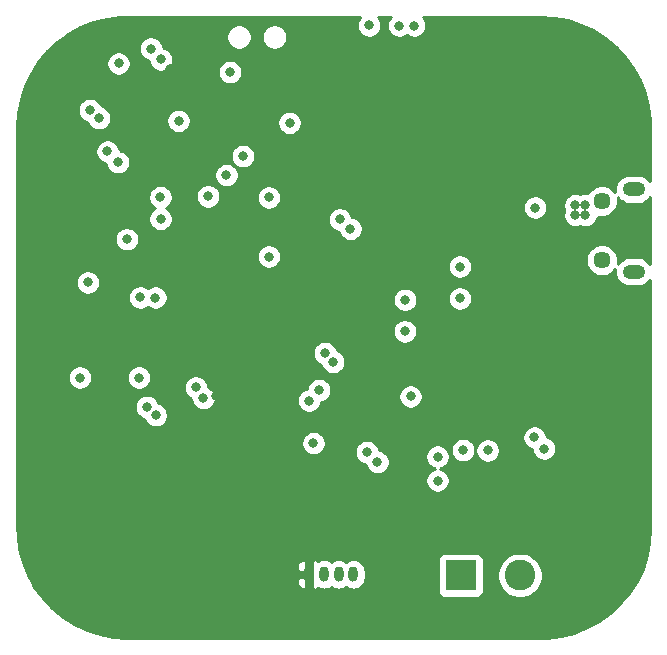
<source format=gbr>
%TF.GenerationSoftware,KiCad,Pcbnew,(5.1.10)-1*%
%TF.CreationDate,2021-09-20T20:27:13+02:00*%
%TF.ProjectId,STM32F405RG +  Gyro + I2C,53544d33-3246-4343-9035-5247202b2020,rev?*%
%TF.SameCoordinates,Original*%
%TF.FileFunction,Copper,L3,Inr*%
%TF.FilePolarity,Positive*%
%FSLAX46Y46*%
G04 Gerber Fmt 4.6, Leading zero omitted, Abs format (unit mm)*
G04 Created by KiCad (PCBNEW (5.1.10)-1) date 2021-09-20 20:27:13*
%MOMM*%
%LPD*%
G01*
G04 APERTURE LIST*
%TA.AperFunction,ComponentPad*%
%ADD10O,1.900000X1.200000*%
%TD*%
%TA.AperFunction,ComponentPad*%
%ADD11C,1.450000*%
%TD*%
%TA.AperFunction,ComponentPad*%
%ADD12C,2.600000*%
%TD*%
%TA.AperFunction,ComponentPad*%
%ADD13R,2.600000X2.600000*%
%TD*%
%TA.AperFunction,ComponentPad*%
%ADD14O,0.800000X1.300000*%
%TD*%
%TA.AperFunction,ViaPad*%
%ADD15C,0.800000*%
%TD*%
%TA.AperFunction,Conductor*%
%ADD16C,0.254000*%
%TD*%
%TA.AperFunction,Conductor*%
%ADD17C,0.100000*%
%TD*%
G04 APERTURE END LIST*
D10*
%TO.N,Net-(J1-Pad6)*%
%TO.C,J1*%
X177900000Y-92800000D03*
X177900000Y-99800000D03*
D11*
X175200000Y-93800000D03*
X175200000Y-98800000D03*
%TD*%
D12*
%TO.N,GND*%
%TO.C,J4*%
X168250000Y-125500000D03*
D13*
%TO.N,+12V*%
X163250000Y-125500000D03*
%TD*%
%TO.N,+3V3*%
%TO.C,J2*%
%TA.AperFunction,ComponentPad*%
G36*
G01*
X150010000Y-125870000D02*
X150010000Y-124970000D01*
G75*
G02*
X150210000Y-124770000I200000J0D01*
G01*
X150610000Y-124770000D01*
G75*
G02*
X150810000Y-124970000I0J-200000D01*
G01*
X150810000Y-125870000D01*
G75*
G02*
X150610000Y-126070000I-200000J0D01*
G01*
X150210000Y-126070000D01*
G75*
G02*
X150010000Y-125870000I0J200000D01*
G01*
G37*
%TD.AperFunction*%
D14*
%TO.N,USART_TX*%
X151660000Y-125420000D03*
%TO.N,USART_RX*%
X152910000Y-125420000D03*
%TO.N,GND*%
X154160000Y-125420000D03*
%TD*%
D15*
%TO.N,GND*%
X163175000Y-102050000D03*
X163175000Y-99350000D03*
X136110000Y-101960000D03*
X136660000Y-111230000D03*
X137420000Y-111930000D03*
X141450000Y-110500000D03*
X140810000Y-109580000D03*
X152450000Y-107410000D03*
X151740000Y-106690000D03*
X151260000Y-109810000D03*
X150400000Y-110700000D03*
X150770000Y-114300000D03*
X153900000Y-96150000D03*
X153000000Y-95350000D03*
X158520000Y-104830000D03*
X158530000Y-102160000D03*
X159000000Y-110350000D03*
X156190000Y-115900000D03*
X155290000Y-115060000D03*
X161290000Y-117470000D03*
X161290000Y-115450000D03*
X165530000Y-114920000D03*
X163450000Y-114900000D03*
X169480000Y-113820000D03*
X170310000Y-114760000D03*
X143710000Y-82880000D03*
X133330000Y-89600000D03*
X134220000Y-90520000D03*
X137010000Y-80890000D03*
X137860000Y-81810000D03*
X169550000Y-94360000D03*
X137400000Y-101980000D03*
X134280000Y-82150000D03*
X139350000Y-87010000D03*
X131850000Y-86100000D03*
X132600000Y-86790000D03*
X148750000Y-87190000D03*
X131680000Y-100700000D03*
X134980000Y-97040000D03*
X137810000Y-93480000D03*
X137830000Y-95320000D03*
X141850000Y-93400000D03*
X172950000Y-95000000D03*
X172950000Y-94150000D03*
X173800000Y-95000000D03*
X173800000Y-94150000D03*
X158030000Y-78950000D03*
X159300000Y-78950000D03*
X155490000Y-78940000D03*
%TO.N,+3V3*%
X160610000Y-78950000D03*
X141880000Y-91190000D03*
X132600000Y-84390000D03*
X150770000Y-97060000D03*
X150760000Y-115850000D03*
X148210000Y-82880000D03*
X138650000Y-82600000D03*
X140970000Y-88138000D03*
X167510000Y-105470000D03*
X164490000Y-105460000D03*
X164540000Y-102880000D03*
X167490000Y-102890000D03*
X160470000Y-102950000D03*
X160460000Y-103800000D03*
X156380000Y-108300000D03*
X156380000Y-106450000D03*
X142500000Y-110350000D03*
X137430000Y-109530000D03*
X137330000Y-115430000D03*
X129286000Y-111506000D03*
X134112000Y-104902000D03*
X132080000Y-103886000D03*
X137414000Y-97282000D03*
X139446000Y-95504000D03*
X139446000Y-93472000D03*
X150830000Y-108160000D03*
%TO.N,TIM2_CH3*%
X131000000Y-108750000D03*
X136000000Y-108750000D03*
%TO.N,BOOT0*%
X144800000Y-90000000D03*
X143400000Y-91600000D03*
%TO.N,NRST*%
X147000000Y-98500000D03*
X147000000Y-93500000D03*
%TD*%
D16*
%TO.N,+3V3*%
X154686063Y-78280226D02*
X154572795Y-78449744D01*
X154494774Y-78638102D01*
X154455000Y-78838061D01*
X154455000Y-79041939D01*
X154494774Y-79241898D01*
X154572795Y-79430256D01*
X154686063Y-79599774D01*
X154830226Y-79743937D01*
X154999744Y-79857205D01*
X155188102Y-79935226D01*
X155388061Y-79975000D01*
X155591939Y-79975000D01*
X155791898Y-79935226D01*
X155980256Y-79857205D01*
X156149774Y-79743937D01*
X156293937Y-79599774D01*
X156407205Y-79430256D01*
X156485226Y-79241898D01*
X156525000Y-79041939D01*
X156525000Y-78838061D01*
X156485226Y-78638102D01*
X156407205Y-78449744D01*
X156293937Y-78280226D01*
X156223711Y-78210000D01*
X157306289Y-78210000D01*
X157226063Y-78290226D01*
X157112795Y-78459744D01*
X157034774Y-78648102D01*
X156995000Y-78848061D01*
X156995000Y-79051939D01*
X157034774Y-79251898D01*
X157112795Y-79440256D01*
X157226063Y-79609774D01*
X157370226Y-79753937D01*
X157539744Y-79867205D01*
X157728102Y-79945226D01*
X157928061Y-79985000D01*
X158131939Y-79985000D01*
X158331898Y-79945226D01*
X158520256Y-79867205D01*
X158665000Y-79770490D01*
X158809744Y-79867205D01*
X158998102Y-79945226D01*
X159198061Y-79985000D01*
X159401939Y-79985000D01*
X159601898Y-79945226D01*
X159790256Y-79867205D01*
X159959774Y-79753937D01*
X160103937Y-79609774D01*
X160217205Y-79440256D01*
X160295226Y-79251898D01*
X160335000Y-79051939D01*
X160335000Y-78848061D01*
X160295226Y-78648102D01*
X160217205Y-78459744D01*
X160103937Y-78290226D01*
X160023711Y-78210000D01*
X169977687Y-78210000D01*
X171164170Y-78284647D01*
X172309981Y-78503222D01*
X173419362Y-78863682D01*
X174474813Y-79360339D01*
X175459703Y-79985370D01*
X176358480Y-80728903D01*
X177156987Y-81579228D01*
X177842621Y-82522922D01*
X178404575Y-83545110D01*
X178833979Y-84629662D01*
X179124071Y-85759494D01*
X179271669Y-86927864D01*
X179290000Y-87511165D01*
X179290000Y-92125831D01*
X179281833Y-92110551D01*
X179127502Y-91922498D01*
X178939449Y-91768167D01*
X178724901Y-91653489D01*
X178492102Y-91582870D01*
X178310665Y-91565000D01*
X177489335Y-91565000D01*
X177307898Y-91582870D01*
X177075099Y-91653489D01*
X176860551Y-91768167D01*
X176672498Y-91922498D01*
X176518167Y-92110551D01*
X176403489Y-92325099D01*
X176332870Y-92557898D01*
X176309025Y-92800000D01*
X176332870Y-93042102D01*
X176335883Y-93052035D01*
X176256381Y-92933051D01*
X176066949Y-92743619D01*
X175844201Y-92594784D01*
X175596697Y-92492264D01*
X175333948Y-92440000D01*
X175066052Y-92440000D01*
X174803303Y-92492264D01*
X174555799Y-92594784D01*
X174333051Y-92743619D01*
X174143619Y-92933051D01*
X174007955Y-93136088D01*
X173901939Y-93115000D01*
X173698061Y-93115000D01*
X173498102Y-93154774D01*
X173375000Y-93205765D01*
X173251898Y-93154774D01*
X173051939Y-93115000D01*
X172848061Y-93115000D01*
X172648102Y-93154774D01*
X172459744Y-93232795D01*
X172290226Y-93346063D01*
X172146063Y-93490226D01*
X172032795Y-93659744D01*
X171954774Y-93848102D01*
X171915000Y-94048061D01*
X171915000Y-94251939D01*
X171954774Y-94451898D01*
X172005765Y-94575000D01*
X171954774Y-94698102D01*
X171915000Y-94898061D01*
X171915000Y-95101939D01*
X171954774Y-95301898D01*
X172032795Y-95490256D01*
X172146063Y-95659774D01*
X172290226Y-95803937D01*
X172459744Y-95917205D01*
X172648102Y-95995226D01*
X172848061Y-96035000D01*
X173051939Y-96035000D01*
X173251898Y-95995226D01*
X173375000Y-95944235D01*
X173498102Y-95995226D01*
X173698061Y-96035000D01*
X173901939Y-96035000D01*
X174101898Y-95995226D01*
X174290256Y-95917205D01*
X174459774Y-95803937D01*
X174603937Y-95659774D01*
X174717205Y-95490256D01*
X174795226Y-95301898D01*
X174832684Y-95113580D01*
X175066052Y-95160000D01*
X175333948Y-95160000D01*
X175596697Y-95107736D01*
X175844201Y-95005216D01*
X176066949Y-94856381D01*
X176256381Y-94666949D01*
X176405216Y-94444201D01*
X176507736Y-94196697D01*
X176560000Y-93933948D01*
X176560000Y-93666052D01*
X176527016Y-93500232D01*
X176672498Y-93677502D01*
X176860551Y-93831833D01*
X177075099Y-93946511D01*
X177307898Y-94017130D01*
X177489335Y-94035000D01*
X178310665Y-94035000D01*
X178492102Y-94017130D01*
X178724901Y-93946511D01*
X178939449Y-93831833D01*
X179127502Y-93677502D01*
X179281833Y-93489449D01*
X179290000Y-93474169D01*
X179290000Y-99125831D01*
X179281833Y-99110551D01*
X179127502Y-98922498D01*
X178939449Y-98768167D01*
X178724901Y-98653489D01*
X178492102Y-98582870D01*
X178310665Y-98565000D01*
X177489335Y-98565000D01*
X177307898Y-98582870D01*
X177075099Y-98653489D01*
X176860551Y-98768167D01*
X176672498Y-98922498D01*
X176527016Y-99099768D01*
X176560000Y-98933948D01*
X176560000Y-98666052D01*
X176507736Y-98403303D01*
X176405216Y-98155799D01*
X176256381Y-97933051D01*
X176066949Y-97743619D01*
X175844201Y-97594784D01*
X175596697Y-97492264D01*
X175333948Y-97440000D01*
X175066052Y-97440000D01*
X174803303Y-97492264D01*
X174555799Y-97594784D01*
X174333051Y-97743619D01*
X174143619Y-97933051D01*
X173994784Y-98155799D01*
X173892264Y-98403303D01*
X173840000Y-98666052D01*
X173840000Y-98933948D01*
X173892264Y-99196697D01*
X173994784Y-99444201D01*
X174143619Y-99666949D01*
X174333051Y-99856381D01*
X174555799Y-100005216D01*
X174803303Y-100107736D01*
X175066052Y-100160000D01*
X175333948Y-100160000D01*
X175596697Y-100107736D01*
X175844201Y-100005216D01*
X176066949Y-99856381D01*
X176256381Y-99666949D01*
X176335883Y-99547965D01*
X176332870Y-99557898D01*
X176309025Y-99800000D01*
X176332870Y-100042102D01*
X176403489Y-100274901D01*
X176518167Y-100489449D01*
X176672498Y-100677502D01*
X176860551Y-100831833D01*
X177075099Y-100946511D01*
X177307898Y-101017130D01*
X177489335Y-101035000D01*
X178310665Y-101035000D01*
X178492102Y-101017130D01*
X178724901Y-100946511D01*
X178939449Y-100831833D01*
X179127502Y-100677502D01*
X179281833Y-100489449D01*
X179290000Y-100474169D01*
X179290001Y-121477671D01*
X179215353Y-122664169D01*
X178996778Y-123809981D01*
X178636318Y-124919362D01*
X178139661Y-125974813D01*
X177514630Y-126959703D01*
X176771096Y-127858480D01*
X175920773Y-128656987D01*
X174977078Y-129342621D01*
X173954888Y-129904576D01*
X172870338Y-130333979D01*
X171740505Y-130624071D01*
X170572146Y-130771668D01*
X169988835Y-130790000D01*
X135022313Y-130790000D01*
X133835831Y-130715353D01*
X132690019Y-130496778D01*
X131580638Y-130136318D01*
X130525187Y-129639661D01*
X129540297Y-129014630D01*
X128641520Y-128271096D01*
X127843013Y-127420773D01*
X127157379Y-126477078D01*
X126932362Y-126067774D01*
X149371932Y-126067774D01*
X149383758Y-126192298D01*
X149419650Y-126312122D01*
X149478229Y-126422641D01*
X149557244Y-126519608D01*
X149653658Y-126599298D01*
X149763766Y-126658646D01*
X149883336Y-126695374D01*
X150003250Y-126705000D01*
X150162000Y-126546250D01*
X150162000Y-125668000D01*
X149533750Y-125668000D01*
X149375000Y-125826750D01*
X149371932Y-126067774D01*
X126932362Y-126067774D01*
X126595424Y-125454888D01*
X126325140Y-124772226D01*
X149371932Y-124772226D01*
X149375000Y-125013250D01*
X149533750Y-125172000D01*
X150162000Y-125172000D01*
X150162000Y-125119163D01*
X150625000Y-125119163D01*
X150625000Y-125720838D01*
X150639976Y-125872895D01*
X150658000Y-125932311D01*
X150658000Y-126546250D01*
X150816750Y-126705000D01*
X150936664Y-126695374D01*
X151056234Y-126658646D01*
X151166342Y-126599298D01*
X151180736Y-126587401D01*
X151262008Y-126630841D01*
X151457106Y-126690024D01*
X151660000Y-126710007D01*
X151862895Y-126690024D01*
X152057993Y-126630841D01*
X152237797Y-126534734D01*
X152285001Y-126495995D01*
X152332204Y-126534734D01*
X152512008Y-126630841D01*
X152707106Y-126690024D01*
X152910000Y-126710007D01*
X153112895Y-126690024D01*
X153307993Y-126630841D01*
X153487797Y-126534734D01*
X153535001Y-126495995D01*
X153582204Y-126534734D01*
X153762008Y-126630841D01*
X153957106Y-126690024D01*
X154160000Y-126710007D01*
X154362895Y-126690024D01*
X154557993Y-126630841D01*
X154737797Y-126534734D01*
X154895396Y-126405396D01*
X155024734Y-126247797D01*
X155120841Y-126067992D01*
X155180024Y-125872894D01*
X155195000Y-125720837D01*
X155195000Y-125119162D01*
X155180024Y-124967105D01*
X155120841Y-124772007D01*
X155024734Y-124592203D01*
X154895396Y-124434604D01*
X154737797Y-124305266D01*
X154557992Y-124209159D01*
X154527800Y-124200000D01*
X161311928Y-124200000D01*
X161311928Y-126800000D01*
X161324188Y-126924482D01*
X161360498Y-127044180D01*
X161419463Y-127154494D01*
X161498815Y-127251185D01*
X161595506Y-127330537D01*
X161705820Y-127389502D01*
X161825518Y-127425812D01*
X161950000Y-127438072D01*
X164550000Y-127438072D01*
X164674482Y-127425812D01*
X164794180Y-127389502D01*
X164904494Y-127330537D01*
X165001185Y-127251185D01*
X165080537Y-127154494D01*
X165139502Y-127044180D01*
X165175812Y-126924482D01*
X165188072Y-126800000D01*
X165188072Y-125309419D01*
X166315000Y-125309419D01*
X166315000Y-125690581D01*
X166389361Y-126064419D01*
X166535225Y-126416566D01*
X166746987Y-126733491D01*
X167016509Y-127003013D01*
X167333434Y-127214775D01*
X167685581Y-127360639D01*
X168059419Y-127435000D01*
X168440581Y-127435000D01*
X168814419Y-127360639D01*
X169166566Y-127214775D01*
X169483491Y-127003013D01*
X169753013Y-126733491D01*
X169964775Y-126416566D01*
X170110639Y-126064419D01*
X170185000Y-125690581D01*
X170185000Y-125309419D01*
X170110639Y-124935581D01*
X169964775Y-124583434D01*
X169753013Y-124266509D01*
X169483491Y-123996987D01*
X169166566Y-123785225D01*
X168814419Y-123639361D01*
X168440581Y-123565000D01*
X168059419Y-123565000D01*
X167685581Y-123639361D01*
X167333434Y-123785225D01*
X167016509Y-123996987D01*
X166746987Y-124266509D01*
X166535225Y-124583434D01*
X166389361Y-124935581D01*
X166315000Y-125309419D01*
X165188072Y-125309419D01*
X165188072Y-124200000D01*
X165175812Y-124075518D01*
X165139502Y-123955820D01*
X165080537Y-123845506D01*
X165001185Y-123748815D01*
X164904494Y-123669463D01*
X164794180Y-123610498D01*
X164674482Y-123574188D01*
X164550000Y-123561928D01*
X161950000Y-123561928D01*
X161825518Y-123574188D01*
X161705820Y-123610498D01*
X161595506Y-123669463D01*
X161498815Y-123748815D01*
X161419463Y-123845506D01*
X161360498Y-123955820D01*
X161324188Y-124075518D01*
X161311928Y-124200000D01*
X154527800Y-124200000D01*
X154362894Y-124149976D01*
X154160000Y-124129993D01*
X153957105Y-124149976D01*
X153762007Y-124209159D01*
X153582203Y-124305266D01*
X153535000Y-124344004D01*
X153487797Y-124305266D01*
X153307992Y-124209159D01*
X153112894Y-124149976D01*
X152910000Y-124129993D01*
X152707105Y-124149976D01*
X152512007Y-124209159D01*
X152332203Y-124305266D01*
X152285000Y-124344004D01*
X152237797Y-124305266D01*
X152057992Y-124209159D01*
X151862894Y-124149976D01*
X151660000Y-124129993D01*
X151457105Y-124149976D01*
X151262007Y-124209159D01*
X151180736Y-124252599D01*
X151166342Y-124240702D01*
X151056234Y-124181354D01*
X150936664Y-124144626D01*
X150816750Y-124135000D01*
X150658000Y-124293750D01*
X150658000Y-124907690D01*
X150639976Y-124967106D01*
X150625000Y-125119163D01*
X150162000Y-125119163D01*
X150162000Y-124293750D01*
X150003250Y-124135000D01*
X149883336Y-124144626D01*
X149763766Y-124181354D01*
X149653658Y-124240702D01*
X149557244Y-124320392D01*
X149478229Y-124417359D01*
X149419650Y-124527878D01*
X149383758Y-124647702D01*
X149371932Y-124772226D01*
X126325140Y-124772226D01*
X126166021Y-124370338D01*
X125875929Y-123240505D01*
X125728332Y-122072146D01*
X125710000Y-121488835D01*
X125710000Y-114198061D01*
X149735000Y-114198061D01*
X149735000Y-114401939D01*
X149774774Y-114601898D01*
X149852795Y-114790256D01*
X149966063Y-114959774D01*
X150110226Y-115103937D01*
X150279744Y-115217205D01*
X150468102Y-115295226D01*
X150668061Y-115335000D01*
X150871939Y-115335000D01*
X151071898Y-115295226D01*
X151260256Y-115217205D01*
X151429774Y-115103937D01*
X151573937Y-114959774D01*
X151575081Y-114958061D01*
X154255000Y-114958061D01*
X154255000Y-115161939D01*
X154294774Y-115361898D01*
X154372795Y-115550256D01*
X154486063Y-115719774D01*
X154630226Y-115863937D01*
X154799744Y-115977205D01*
X154988102Y-116055226D01*
X155172911Y-116091987D01*
X155194774Y-116201898D01*
X155272795Y-116390256D01*
X155386063Y-116559774D01*
X155530226Y-116703937D01*
X155699744Y-116817205D01*
X155888102Y-116895226D01*
X156088061Y-116935000D01*
X156291939Y-116935000D01*
X156491898Y-116895226D01*
X156680256Y-116817205D01*
X156849774Y-116703937D01*
X156993937Y-116559774D01*
X157107205Y-116390256D01*
X157185226Y-116201898D01*
X157225000Y-116001939D01*
X157225000Y-115798061D01*
X157185226Y-115598102D01*
X157107205Y-115409744D01*
X157065990Y-115348061D01*
X160255000Y-115348061D01*
X160255000Y-115551939D01*
X160294774Y-115751898D01*
X160372795Y-115940256D01*
X160486063Y-116109774D01*
X160630226Y-116253937D01*
X160799744Y-116367205D01*
X160988102Y-116445226D01*
X161062377Y-116460000D01*
X160988102Y-116474774D01*
X160799744Y-116552795D01*
X160630226Y-116666063D01*
X160486063Y-116810226D01*
X160372795Y-116979744D01*
X160294774Y-117168102D01*
X160255000Y-117368061D01*
X160255000Y-117571939D01*
X160294774Y-117771898D01*
X160372795Y-117960256D01*
X160486063Y-118129774D01*
X160630226Y-118273937D01*
X160799744Y-118387205D01*
X160988102Y-118465226D01*
X161188061Y-118505000D01*
X161391939Y-118505000D01*
X161591898Y-118465226D01*
X161780256Y-118387205D01*
X161949774Y-118273937D01*
X162093937Y-118129774D01*
X162207205Y-117960256D01*
X162285226Y-117771898D01*
X162325000Y-117571939D01*
X162325000Y-117368061D01*
X162285226Y-117168102D01*
X162207205Y-116979744D01*
X162093937Y-116810226D01*
X161949774Y-116666063D01*
X161780256Y-116552795D01*
X161591898Y-116474774D01*
X161517623Y-116460000D01*
X161591898Y-116445226D01*
X161780256Y-116367205D01*
X161949774Y-116253937D01*
X162093937Y-116109774D01*
X162207205Y-115940256D01*
X162285226Y-115751898D01*
X162325000Y-115551939D01*
X162325000Y-115348061D01*
X162285226Y-115148102D01*
X162207205Y-114959744D01*
X162099173Y-114798061D01*
X162415000Y-114798061D01*
X162415000Y-115001939D01*
X162454774Y-115201898D01*
X162532795Y-115390256D01*
X162646063Y-115559774D01*
X162790226Y-115703937D01*
X162959744Y-115817205D01*
X163148102Y-115895226D01*
X163348061Y-115935000D01*
X163551939Y-115935000D01*
X163751898Y-115895226D01*
X163940256Y-115817205D01*
X164109774Y-115703937D01*
X164253937Y-115559774D01*
X164367205Y-115390256D01*
X164445226Y-115201898D01*
X164485000Y-115001939D01*
X164485000Y-114818061D01*
X164495000Y-114818061D01*
X164495000Y-115021939D01*
X164534774Y-115221898D01*
X164612795Y-115410256D01*
X164726063Y-115579774D01*
X164870226Y-115723937D01*
X165039744Y-115837205D01*
X165228102Y-115915226D01*
X165428061Y-115955000D01*
X165631939Y-115955000D01*
X165831898Y-115915226D01*
X166020256Y-115837205D01*
X166189774Y-115723937D01*
X166333937Y-115579774D01*
X166447205Y-115410256D01*
X166525226Y-115221898D01*
X166565000Y-115021939D01*
X166565000Y-114818061D01*
X166525226Y-114618102D01*
X166447205Y-114429744D01*
X166333937Y-114260226D01*
X166189774Y-114116063D01*
X166020256Y-114002795D01*
X165831898Y-113924774D01*
X165631939Y-113885000D01*
X165428061Y-113885000D01*
X165228102Y-113924774D01*
X165039744Y-114002795D01*
X164870226Y-114116063D01*
X164726063Y-114260226D01*
X164612795Y-114429744D01*
X164534774Y-114618102D01*
X164495000Y-114818061D01*
X164485000Y-114818061D01*
X164485000Y-114798061D01*
X164445226Y-114598102D01*
X164367205Y-114409744D01*
X164253937Y-114240226D01*
X164109774Y-114096063D01*
X163940256Y-113982795D01*
X163751898Y-113904774D01*
X163551939Y-113865000D01*
X163348061Y-113865000D01*
X163148102Y-113904774D01*
X162959744Y-113982795D01*
X162790226Y-114096063D01*
X162646063Y-114240226D01*
X162532795Y-114409744D01*
X162454774Y-114598102D01*
X162415000Y-114798061D01*
X162099173Y-114798061D01*
X162093937Y-114790226D01*
X161949774Y-114646063D01*
X161780256Y-114532795D01*
X161591898Y-114454774D01*
X161391939Y-114415000D01*
X161188061Y-114415000D01*
X160988102Y-114454774D01*
X160799744Y-114532795D01*
X160630226Y-114646063D01*
X160486063Y-114790226D01*
X160372795Y-114959744D01*
X160294774Y-115148102D01*
X160255000Y-115348061D01*
X157065990Y-115348061D01*
X156993937Y-115240226D01*
X156849774Y-115096063D01*
X156680256Y-114982795D01*
X156491898Y-114904774D01*
X156307089Y-114868013D01*
X156285226Y-114758102D01*
X156207205Y-114569744D01*
X156093937Y-114400226D01*
X155949774Y-114256063D01*
X155780256Y-114142795D01*
X155591898Y-114064774D01*
X155391939Y-114025000D01*
X155188061Y-114025000D01*
X154988102Y-114064774D01*
X154799744Y-114142795D01*
X154630226Y-114256063D01*
X154486063Y-114400226D01*
X154372795Y-114569744D01*
X154294774Y-114758102D01*
X154255000Y-114958061D01*
X151575081Y-114958061D01*
X151687205Y-114790256D01*
X151765226Y-114601898D01*
X151805000Y-114401939D01*
X151805000Y-114198061D01*
X151765226Y-113998102D01*
X151687205Y-113809744D01*
X151625945Y-113718061D01*
X168445000Y-113718061D01*
X168445000Y-113921939D01*
X168484774Y-114121898D01*
X168562795Y-114310256D01*
X168676063Y-114479774D01*
X168820226Y-114623937D01*
X168989744Y-114737205D01*
X169178102Y-114815226D01*
X169275000Y-114834500D01*
X169275000Y-114861939D01*
X169314774Y-115061898D01*
X169392795Y-115250256D01*
X169506063Y-115419774D01*
X169650226Y-115563937D01*
X169819744Y-115677205D01*
X170008102Y-115755226D01*
X170208061Y-115795000D01*
X170411939Y-115795000D01*
X170611898Y-115755226D01*
X170800256Y-115677205D01*
X170969774Y-115563937D01*
X171113937Y-115419774D01*
X171227205Y-115250256D01*
X171305226Y-115061898D01*
X171345000Y-114861939D01*
X171345000Y-114658061D01*
X171305226Y-114458102D01*
X171227205Y-114269744D01*
X171113937Y-114100226D01*
X170969774Y-113956063D01*
X170800256Y-113842795D01*
X170611898Y-113764774D01*
X170515000Y-113745500D01*
X170515000Y-113718061D01*
X170475226Y-113518102D01*
X170397205Y-113329744D01*
X170283937Y-113160226D01*
X170139774Y-113016063D01*
X169970256Y-112902795D01*
X169781898Y-112824774D01*
X169581939Y-112785000D01*
X169378061Y-112785000D01*
X169178102Y-112824774D01*
X168989744Y-112902795D01*
X168820226Y-113016063D01*
X168676063Y-113160226D01*
X168562795Y-113329744D01*
X168484774Y-113518102D01*
X168445000Y-113718061D01*
X151625945Y-113718061D01*
X151573937Y-113640226D01*
X151429774Y-113496063D01*
X151260256Y-113382795D01*
X151071898Y-113304774D01*
X150871939Y-113265000D01*
X150668061Y-113265000D01*
X150468102Y-113304774D01*
X150279744Y-113382795D01*
X150110226Y-113496063D01*
X149966063Y-113640226D01*
X149852795Y-113809744D01*
X149774774Y-113998102D01*
X149735000Y-114198061D01*
X125710000Y-114198061D01*
X125710000Y-111128061D01*
X135625000Y-111128061D01*
X135625000Y-111331939D01*
X135664774Y-111531898D01*
X135742795Y-111720256D01*
X135856063Y-111889774D01*
X136000226Y-112033937D01*
X136169744Y-112147205D01*
X136358102Y-112225226D01*
X136427749Y-112239079D01*
X136502795Y-112420256D01*
X136616063Y-112589774D01*
X136760226Y-112733937D01*
X136929744Y-112847205D01*
X137118102Y-112925226D01*
X137318061Y-112965000D01*
X137521939Y-112965000D01*
X137721898Y-112925226D01*
X137910256Y-112847205D01*
X138079774Y-112733937D01*
X138223937Y-112589774D01*
X138337205Y-112420256D01*
X138415226Y-112231898D01*
X138455000Y-112031939D01*
X138455000Y-111828061D01*
X138415226Y-111628102D01*
X138337205Y-111439744D01*
X138223937Y-111270226D01*
X138079774Y-111126063D01*
X137910256Y-111012795D01*
X137721898Y-110934774D01*
X137652251Y-110920921D01*
X137577205Y-110739744D01*
X137463937Y-110570226D01*
X137319774Y-110426063D01*
X137150256Y-110312795D01*
X136961898Y-110234774D01*
X136761939Y-110195000D01*
X136558061Y-110195000D01*
X136358102Y-110234774D01*
X136169744Y-110312795D01*
X136000226Y-110426063D01*
X135856063Y-110570226D01*
X135742795Y-110739744D01*
X135664774Y-110928102D01*
X135625000Y-111128061D01*
X125710000Y-111128061D01*
X125710000Y-108648061D01*
X129965000Y-108648061D01*
X129965000Y-108851939D01*
X130004774Y-109051898D01*
X130082795Y-109240256D01*
X130196063Y-109409774D01*
X130340226Y-109553937D01*
X130509744Y-109667205D01*
X130698102Y-109745226D01*
X130898061Y-109785000D01*
X131101939Y-109785000D01*
X131301898Y-109745226D01*
X131490256Y-109667205D01*
X131659774Y-109553937D01*
X131803937Y-109409774D01*
X131917205Y-109240256D01*
X131995226Y-109051898D01*
X132035000Y-108851939D01*
X132035000Y-108648061D01*
X134965000Y-108648061D01*
X134965000Y-108851939D01*
X135004774Y-109051898D01*
X135082795Y-109240256D01*
X135196063Y-109409774D01*
X135340226Y-109553937D01*
X135509744Y-109667205D01*
X135698102Y-109745226D01*
X135898061Y-109785000D01*
X136101939Y-109785000D01*
X136301898Y-109745226D01*
X136490256Y-109667205D01*
X136659774Y-109553937D01*
X136735650Y-109478061D01*
X139775000Y-109478061D01*
X139775000Y-109681939D01*
X139814774Y-109881898D01*
X139892795Y-110070256D01*
X140006063Y-110239774D01*
X140150226Y-110383937D01*
X140319744Y-110497205D01*
X140415000Y-110536662D01*
X140415000Y-110601939D01*
X140454774Y-110801898D01*
X140532795Y-110990256D01*
X140646063Y-111159774D01*
X140790226Y-111303937D01*
X140959744Y-111417205D01*
X141148102Y-111495226D01*
X141348061Y-111535000D01*
X141551939Y-111535000D01*
X141751898Y-111495226D01*
X141940256Y-111417205D01*
X142109774Y-111303937D01*
X142253937Y-111159774D01*
X142367205Y-110990256D01*
X142445226Y-110801898D01*
X142485000Y-110601939D01*
X142485000Y-110598061D01*
X149365000Y-110598061D01*
X149365000Y-110801939D01*
X149404774Y-111001898D01*
X149482795Y-111190256D01*
X149596063Y-111359774D01*
X149740226Y-111503937D01*
X149909744Y-111617205D01*
X150098102Y-111695226D01*
X150298061Y-111735000D01*
X150501939Y-111735000D01*
X150701898Y-111695226D01*
X150890256Y-111617205D01*
X151059774Y-111503937D01*
X151203937Y-111359774D01*
X151317205Y-111190256D01*
X151395226Y-111001898D01*
X151429092Y-110831643D01*
X151561898Y-110805226D01*
X151750256Y-110727205D01*
X151919774Y-110613937D01*
X152063937Y-110469774D01*
X152177205Y-110300256D01*
X152198825Y-110248061D01*
X157965000Y-110248061D01*
X157965000Y-110451939D01*
X158004774Y-110651898D01*
X158082795Y-110840256D01*
X158196063Y-111009774D01*
X158340226Y-111153937D01*
X158509744Y-111267205D01*
X158698102Y-111345226D01*
X158898061Y-111385000D01*
X159101939Y-111385000D01*
X159301898Y-111345226D01*
X159490256Y-111267205D01*
X159659774Y-111153937D01*
X159803937Y-111009774D01*
X159917205Y-110840256D01*
X159995226Y-110651898D01*
X160035000Y-110451939D01*
X160035000Y-110248061D01*
X159995226Y-110048102D01*
X159917205Y-109859744D01*
X159803937Y-109690226D01*
X159659774Y-109546063D01*
X159490256Y-109432795D01*
X159301898Y-109354774D01*
X159101939Y-109315000D01*
X158898061Y-109315000D01*
X158698102Y-109354774D01*
X158509744Y-109432795D01*
X158340226Y-109546063D01*
X158196063Y-109690226D01*
X158082795Y-109859744D01*
X158004774Y-110048102D01*
X157965000Y-110248061D01*
X152198825Y-110248061D01*
X152255226Y-110111898D01*
X152295000Y-109911939D01*
X152295000Y-109708061D01*
X152255226Y-109508102D01*
X152177205Y-109319744D01*
X152063937Y-109150226D01*
X151919774Y-109006063D01*
X151750256Y-108892795D01*
X151561898Y-108814774D01*
X151361939Y-108775000D01*
X151158061Y-108775000D01*
X150958102Y-108814774D01*
X150769744Y-108892795D01*
X150600226Y-109006063D01*
X150456063Y-109150226D01*
X150342795Y-109319744D01*
X150264774Y-109508102D01*
X150230908Y-109678357D01*
X150098102Y-109704774D01*
X149909744Y-109782795D01*
X149740226Y-109896063D01*
X149596063Y-110040226D01*
X149482795Y-110209744D01*
X149404774Y-110398102D01*
X149365000Y-110598061D01*
X142485000Y-110598061D01*
X142485000Y-110398061D01*
X142445226Y-110198102D01*
X142367205Y-110009744D01*
X142253937Y-109840226D01*
X142109774Y-109696063D01*
X141940256Y-109582795D01*
X141845000Y-109543338D01*
X141845000Y-109478061D01*
X141805226Y-109278102D01*
X141727205Y-109089744D01*
X141613937Y-108920226D01*
X141469774Y-108776063D01*
X141300256Y-108662795D01*
X141111898Y-108584774D01*
X140911939Y-108545000D01*
X140708061Y-108545000D01*
X140508102Y-108584774D01*
X140319744Y-108662795D01*
X140150226Y-108776063D01*
X140006063Y-108920226D01*
X139892795Y-109089744D01*
X139814774Y-109278102D01*
X139775000Y-109478061D01*
X136735650Y-109478061D01*
X136803937Y-109409774D01*
X136917205Y-109240256D01*
X136995226Y-109051898D01*
X137035000Y-108851939D01*
X137035000Y-108648061D01*
X136995226Y-108448102D01*
X136917205Y-108259744D01*
X136803937Y-108090226D01*
X136659774Y-107946063D01*
X136490256Y-107832795D01*
X136301898Y-107754774D01*
X136101939Y-107715000D01*
X135898061Y-107715000D01*
X135698102Y-107754774D01*
X135509744Y-107832795D01*
X135340226Y-107946063D01*
X135196063Y-108090226D01*
X135082795Y-108259744D01*
X135004774Y-108448102D01*
X134965000Y-108648061D01*
X132035000Y-108648061D01*
X131995226Y-108448102D01*
X131917205Y-108259744D01*
X131803937Y-108090226D01*
X131659774Y-107946063D01*
X131490256Y-107832795D01*
X131301898Y-107754774D01*
X131101939Y-107715000D01*
X130898061Y-107715000D01*
X130698102Y-107754774D01*
X130509744Y-107832795D01*
X130340226Y-107946063D01*
X130196063Y-108090226D01*
X130082795Y-108259744D01*
X130004774Y-108448102D01*
X129965000Y-108648061D01*
X125710000Y-108648061D01*
X125710000Y-106588061D01*
X150705000Y-106588061D01*
X150705000Y-106791939D01*
X150744774Y-106991898D01*
X150822795Y-107180256D01*
X150936063Y-107349774D01*
X151080226Y-107493937D01*
X151249744Y-107607205D01*
X151438102Y-107685226D01*
X151449937Y-107687580D01*
X151454774Y-107711898D01*
X151532795Y-107900256D01*
X151646063Y-108069774D01*
X151790226Y-108213937D01*
X151959744Y-108327205D01*
X152148102Y-108405226D01*
X152348061Y-108445000D01*
X152551939Y-108445000D01*
X152751898Y-108405226D01*
X152940256Y-108327205D01*
X153109774Y-108213937D01*
X153253937Y-108069774D01*
X153367205Y-107900256D01*
X153445226Y-107711898D01*
X153485000Y-107511939D01*
X153485000Y-107308061D01*
X153445226Y-107108102D01*
X153367205Y-106919744D01*
X153253937Y-106750226D01*
X153109774Y-106606063D01*
X152940256Y-106492795D01*
X152751898Y-106414774D01*
X152740063Y-106412420D01*
X152735226Y-106388102D01*
X152657205Y-106199744D01*
X152543937Y-106030226D01*
X152399774Y-105886063D01*
X152230256Y-105772795D01*
X152041898Y-105694774D01*
X151841939Y-105655000D01*
X151638061Y-105655000D01*
X151438102Y-105694774D01*
X151249744Y-105772795D01*
X151080226Y-105886063D01*
X150936063Y-106030226D01*
X150822795Y-106199744D01*
X150744774Y-106388102D01*
X150705000Y-106588061D01*
X125710000Y-106588061D01*
X125710000Y-104728061D01*
X157485000Y-104728061D01*
X157485000Y-104931939D01*
X157524774Y-105131898D01*
X157602795Y-105320256D01*
X157716063Y-105489774D01*
X157860226Y-105633937D01*
X158029744Y-105747205D01*
X158218102Y-105825226D01*
X158418061Y-105865000D01*
X158621939Y-105865000D01*
X158821898Y-105825226D01*
X159010256Y-105747205D01*
X159179774Y-105633937D01*
X159323937Y-105489774D01*
X159437205Y-105320256D01*
X159515226Y-105131898D01*
X159555000Y-104931939D01*
X159555000Y-104728061D01*
X159515226Y-104528102D01*
X159437205Y-104339744D01*
X159323937Y-104170226D01*
X159179774Y-104026063D01*
X159010256Y-103912795D01*
X158821898Y-103834774D01*
X158621939Y-103795000D01*
X158418061Y-103795000D01*
X158218102Y-103834774D01*
X158029744Y-103912795D01*
X157860226Y-104026063D01*
X157716063Y-104170226D01*
X157602795Y-104339744D01*
X157524774Y-104528102D01*
X157485000Y-104728061D01*
X125710000Y-104728061D01*
X125710000Y-101858061D01*
X135075000Y-101858061D01*
X135075000Y-102061939D01*
X135114774Y-102261898D01*
X135192795Y-102450256D01*
X135306063Y-102619774D01*
X135450226Y-102763937D01*
X135619744Y-102877205D01*
X135808102Y-102955226D01*
X136008061Y-102995000D01*
X136211939Y-102995000D01*
X136411898Y-102955226D01*
X136600256Y-102877205D01*
X136740072Y-102783783D01*
X136740226Y-102783937D01*
X136909744Y-102897205D01*
X137098102Y-102975226D01*
X137298061Y-103015000D01*
X137501939Y-103015000D01*
X137701898Y-102975226D01*
X137890256Y-102897205D01*
X138059774Y-102783937D01*
X138203937Y-102639774D01*
X138317205Y-102470256D01*
X138395226Y-102281898D01*
X138435000Y-102081939D01*
X138435000Y-102058061D01*
X157495000Y-102058061D01*
X157495000Y-102261939D01*
X157534774Y-102461898D01*
X157612795Y-102650256D01*
X157726063Y-102819774D01*
X157870226Y-102963937D01*
X158039744Y-103077205D01*
X158228102Y-103155226D01*
X158428061Y-103195000D01*
X158631939Y-103195000D01*
X158831898Y-103155226D01*
X159020256Y-103077205D01*
X159189774Y-102963937D01*
X159333937Y-102819774D01*
X159447205Y-102650256D01*
X159525226Y-102461898D01*
X159565000Y-102261939D01*
X159565000Y-102058061D01*
X159543120Y-101948061D01*
X162140000Y-101948061D01*
X162140000Y-102151939D01*
X162179774Y-102351898D01*
X162257795Y-102540256D01*
X162371063Y-102709774D01*
X162515226Y-102853937D01*
X162684744Y-102967205D01*
X162873102Y-103045226D01*
X163073061Y-103085000D01*
X163276939Y-103085000D01*
X163476898Y-103045226D01*
X163665256Y-102967205D01*
X163834774Y-102853937D01*
X163978937Y-102709774D01*
X164092205Y-102540256D01*
X164170226Y-102351898D01*
X164210000Y-102151939D01*
X164210000Y-101948061D01*
X164170226Y-101748102D01*
X164092205Y-101559744D01*
X163978937Y-101390226D01*
X163834774Y-101246063D01*
X163665256Y-101132795D01*
X163476898Y-101054774D01*
X163276939Y-101015000D01*
X163073061Y-101015000D01*
X162873102Y-101054774D01*
X162684744Y-101132795D01*
X162515226Y-101246063D01*
X162371063Y-101390226D01*
X162257795Y-101559744D01*
X162179774Y-101748102D01*
X162140000Y-101948061D01*
X159543120Y-101948061D01*
X159525226Y-101858102D01*
X159447205Y-101669744D01*
X159333937Y-101500226D01*
X159189774Y-101356063D01*
X159020256Y-101242795D01*
X158831898Y-101164774D01*
X158631939Y-101125000D01*
X158428061Y-101125000D01*
X158228102Y-101164774D01*
X158039744Y-101242795D01*
X157870226Y-101356063D01*
X157726063Y-101500226D01*
X157612795Y-101669744D01*
X157534774Y-101858102D01*
X157495000Y-102058061D01*
X138435000Y-102058061D01*
X138435000Y-101878061D01*
X138395226Y-101678102D01*
X138317205Y-101489744D01*
X138203937Y-101320226D01*
X138059774Y-101176063D01*
X137890256Y-101062795D01*
X137701898Y-100984774D01*
X137501939Y-100945000D01*
X137298061Y-100945000D01*
X137098102Y-100984774D01*
X136909744Y-101062795D01*
X136769928Y-101156217D01*
X136769774Y-101156063D01*
X136600256Y-101042795D01*
X136411898Y-100964774D01*
X136211939Y-100925000D01*
X136008061Y-100925000D01*
X135808102Y-100964774D01*
X135619744Y-101042795D01*
X135450226Y-101156063D01*
X135306063Y-101300226D01*
X135192795Y-101469744D01*
X135114774Y-101658102D01*
X135075000Y-101858061D01*
X125710000Y-101858061D01*
X125710000Y-100598061D01*
X130645000Y-100598061D01*
X130645000Y-100801939D01*
X130684774Y-101001898D01*
X130762795Y-101190256D01*
X130876063Y-101359774D01*
X131020226Y-101503937D01*
X131189744Y-101617205D01*
X131378102Y-101695226D01*
X131578061Y-101735000D01*
X131781939Y-101735000D01*
X131981898Y-101695226D01*
X132170256Y-101617205D01*
X132339774Y-101503937D01*
X132483937Y-101359774D01*
X132597205Y-101190256D01*
X132675226Y-101001898D01*
X132715000Y-100801939D01*
X132715000Y-100598061D01*
X132675226Y-100398102D01*
X132597205Y-100209744D01*
X132483937Y-100040226D01*
X132339774Y-99896063D01*
X132170256Y-99782795D01*
X131981898Y-99704774D01*
X131781939Y-99665000D01*
X131578061Y-99665000D01*
X131378102Y-99704774D01*
X131189744Y-99782795D01*
X131020226Y-99896063D01*
X130876063Y-100040226D01*
X130762795Y-100209744D01*
X130684774Y-100398102D01*
X130645000Y-100598061D01*
X125710000Y-100598061D01*
X125710000Y-98398061D01*
X145965000Y-98398061D01*
X145965000Y-98601939D01*
X146004774Y-98801898D01*
X146082795Y-98990256D01*
X146196063Y-99159774D01*
X146340226Y-99303937D01*
X146509744Y-99417205D01*
X146698102Y-99495226D01*
X146898061Y-99535000D01*
X147101939Y-99535000D01*
X147301898Y-99495226D01*
X147490256Y-99417205D01*
X147659774Y-99303937D01*
X147715650Y-99248061D01*
X162140000Y-99248061D01*
X162140000Y-99451939D01*
X162179774Y-99651898D01*
X162257795Y-99840256D01*
X162371063Y-100009774D01*
X162515226Y-100153937D01*
X162684744Y-100267205D01*
X162873102Y-100345226D01*
X163073061Y-100385000D01*
X163276939Y-100385000D01*
X163476898Y-100345226D01*
X163665256Y-100267205D01*
X163834774Y-100153937D01*
X163978937Y-100009774D01*
X164092205Y-99840256D01*
X164170226Y-99651898D01*
X164210000Y-99451939D01*
X164210000Y-99248061D01*
X164170226Y-99048102D01*
X164092205Y-98859744D01*
X163978937Y-98690226D01*
X163834774Y-98546063D01*
X163665256Y-98432795D01*
X163476898Y-98354774D01*
X163276939Y-98315000D01*
X163073061Y-98315000D01*
X162873102Y-98354774D01*
X162684744Y-98432795D01*
X162515226Y-98546063D01*
X162371063Y-98690226D01*
X162257795Y-98859744D01*
X162179774Y-99048102D01*
X162140000Y-99248061D01*
X147715650Y-99248061D01*
X147803937Y-99159774D01*
X147917205Y-98990256D01*
X147995226Y-98801898D01*
X148035000Y-98601939D01*
X148035000Y-98398061D01*
X147995226Y-98198102D01*
X147917205Y-98009744D01*
X147803937Y-97840226D01*
X147659774Y-97696063D01*
X147490256Y-97582795D01*
X147301898Y-97504774D01*
X147101939Y-97465000D01*
X146898061Y-97465000D01*
X146698102Y-97504774D01*
X146509744Y-97582795D01*
X146340226Y-97696063D01*
X146196063Y-97840226D01*
X146082795Y-98009744D01*
X146004774Y-98198102D01*
X145965000Y-98398061D01*
X125710000Y-98398061D01*
X125710000Y-96938061D01*
X133945000Y-96938061D01*
X133945000Y-97141939D01*
X133984774Y-97341898D01*
X134062795Y-97530256D01*
X134176063Y-97699774D01*
X134320226Y-97843937D01*
X134489744Y-97957205D01*
X134678102Y-98035226D01*
X134878061Y-98075000D01*
X135081939Y-98075000D01*
X135281898Y-98035226D01*
X135470256Y-97957205D01*
X135639774Y-97843937D01*
X135783937Y-97699774D01*
X135897205Y-97530256D01*
X135975226Y-97341898D01*
X136015000Y-97141939D01*
X136015000Y-96938061D01*
X135975226Y-96738102D01*
X135897205Y-96549744D01*
X135783937Y-96380226D01*
X135639774Y-96236063D01*
X135470256Y-96122795D01*
X135281898Y-96044774D01*
X135081939Y-96005000D01*
X134878061Y-96005000D01*
X134678102Y-96044774D01*
X134489744Y-96122795D01*
X134320226Y-96236063D01*
X134176063Y-96380226D01*
X134062795Y-96549744D01*
X133984774Y-96738102D01*
X133945000Y-96938061D01*
X125710000Y-96938061D01*
X125710000Y-93378061D01*
X136775000Y-93378061D01*
X136775000Y-93581939D01*
X136814774Y-93781898D01*
X136892795Y-93970256D01*
X137006063Y-94139774D01*
X137150226Y-94283937D01*
X137319744Y-94397205D01*
X137337255Y-94404458D01*
X137170226Y-94516063D01*
X137026063Y-94660226D01*
X136912795Y-94829744D01*
X136834774Y-95018102D01*
X136795000Y-95218061D01*
X136795000Y-95421939D01*
X136834774Y-95621898D01*
X136912795Y-95810256D01*
X137026063Y-95979774D01*
X137170226Y-96123937D01*
X137339744Y-96237205D01*
X137528102Y-96315226D01*
X137728061Y-96355000D01*
X137931939Y-96355000D01*
X138131898Y-96315226D01*
X138320256Y-96237205D01*
X138489774Y-96123937D01*
X138633937Y-95979774D01*
X138747205Y-95810256D01*
X138825226Y-95621898D01*
X138865000Y-95421939D01*
X138865000Y-95248061D01*
X151965000Y-95248061D01*
X151965000Y-95451939D01*
X152004774Y-95651898D01*
X152082795Y-95840256D01*
X152196063Y-96009774D01*
X152340226Y-96153937D01*
X152509744Y-96267205D01*
X152698102Y-96345226D01*
X152891196Y-96383634D01*
X152904774Y-96451898D01*
X152982795Y-96640256D01*
X153096063Y-96809774D01*
X153240226Y-96953937D01*
X153409744Y-97067205D01*
X153598102Y-97145226D01*
X153798061Y-97185000D01*
X154001939Y-97185000D01*
X154201898Y-97145226D01*
X154390256Y-97067205D01*
X154559774Y-96953937D01*
X154703937Y-96809774D01*
X154817205Y-96640256D01*
X154895226Y-96451898D01*
X154935000Y-96251939D01*
X154935000Y-96048061D01*
X154895226Y-95848102D01*
X154817205Y-95659744D01*
X154703937Y-95490226D01*
X154559774Y-95346063D01*
X154390256Y-95232795D01*
X154201898Y-95154774D01*
X154008804Y-95116366D01*
X153995226Y-95048102D01*
X153917205Y-94859744D01*
X153803937Y-94690226D01*
X153659774Y-94546063D01*
X153490256Y-94432795D01*
X153301898Y-94354774D01*
X153101939Y-94315000D01*
X152898061Y-94315000D01*
X152698102Y-94354774D01*
X152509744Y-94432795D01*
X152340226Y-94546063D01*
X152196063Y-94690226D01*
X152082795Y-94859744D01*
X152004774Y-95048102D01*
X151965000Y-95248061D01*
X138865000Y-95248061D01*
X138865000Y-95218061D01*
X138825226Y-95018102D01*
X138747205Y-94829744D01*
X138633937Y-94660226D01*
X138489774Y-94516063D01*
X138320256Y-94402795D01*
X138302745Y-94395542D01*
X138469774Y-94283937D01*
X138613937Y-94139774D01*
X138727205Y-93970256D01*
X138805226Y-93781898D01*
X138845000Y-93581939D01*
X138845000Y-93378061D01*
X138829088Y-93298061D01*
X140815000Y-93298061D01*
X140815000Y-93501939D01*
X140854774Y-93701898D01*
X140932795Y-93890256D01*
X141046063Y-94059774D01*
X141190226Y-94203937D01*
X141359744Y-94317205D01*
X141548102Y-94395226D01*
X141748061Y-94435000D01*
X141951939Y-94435000D01*
X142151898Y-94395226D01*
X142340256Y-94317205D01*
X142509774Y-94203937D01*
X142653937Y-94059774D01*
X142767205Y-93890256D01*
X142845226Y-93701898D01*
X142885000Y-93501939D01*
X142885000Y-93398061D01*
X145965000Y-93398061D01*
X145965000Y-93601939D01*
X146004774Y-93801898D01*
X146082795Y-93990256D01*
X146196063Y-94159774D01*
X146340226Y-94303937D01*
X146509744Y-94417205D01*
X146698102Y-94495226D01*
X146898061Y-94535000D01*
X147101939Y-94535000D01*
X147301898Y-94495226D01*
X147490256Y-94417205D01*
X147659774Y-94303937D01*
X147705650Y-94258061D01*
X168515000Y-94258061D01*
X168515000Y-94461939D01*
X168554774Y-94661898D01*
X168632795Y-94850256D01*
X168746063Y-95019774D01*
X168890226Y-95163937D01*
X169059744Y-95277205D01*
X169248102Y-95355226D01*
X169448061Y-95395000D01*
X169651939Y-95395000D01*
X169851898Y-95355226D01*
X170040256Y-95277205D01*
X170209774Y-95163937D01*
X170353937Y-95019774D01*
X170467205Y-94850256D01*
X170545226Y-94661898D01*
X170585000Y-94461939D01*
X170585000Y-94258061D01*
X170545226Y-94058102D01*
X170467205Y-93869744D01*
X170353937Y-93700226D01*
X170209774Y-93556063D01*
X170040256Y-93442795D01*
X169851898Y-93364774D01*
X169651939Y-93325000D01*
X169448061Y-93325000D01*
X169248102Y-93364774D01*
X169059744Y-93442795D01*
X168890226Y-93556063D01*
X168746063Y-93700226D01*
X168632795Y-93869744D01*
X168554774Y-94058102D01*
X168515000Y-94258061D01*
X147705650Y-94258061D01*
X147803937Y-94159774D01*
X147917205Y-93990256D01*
X147995226Y-93801898D01*
X148035000Y-93601939D01*
X148035000Y-93398061D01*
X147995226Y-93198102D01*
X147917205Y-93009744D01*
X147803937Y-92840226D01*
X147659774Y-92696063D01*
X147490256Y-92582795D01*
X147301898Y-92504774D01*
X147101939Y-92465000D01*
X146898061Y-92465000D01*
X146698102Y-92504774D01*
X146509744Y-92582795D01*
X146340226Y-92696063D01*
X146196063Y-92840226D01*
X146082795Y-93009744D01*
X146004774Y-93198102D01*
X145965000Y-93398061D01*
X142885000Y-93398061D01*
X142885000Y-93298061D01*
X142845226Y-93098102D01*
X142767205Y-92909744D01*
X142653937Y-92740226D01*
X142509774Y-92596063D01*
X142340256Y-92482795D01*
X142151898Y-92404774D01*
X141951939Y-92365000D01*
X141748061Y-92365000D01*
X141548102Y-92404774D01*
X141359744Y-92482795D01*
X141190226Y-92596063D01*
X141046063Y-92740226D01*
X140932795Y-92909744D01*
X140854774Y-93098102D01*
X140815000Y-93298061D01*
X138829088Y-93298061D01*
X138805226Y-93178102D01*
X138727205Y-92989744D01*
X138613937Y-92820226D01*
X138469774Y-92676063D01*
X138300256Y-92562795D01*
X138111898Y-92484774D01*
X137911939Y-92445000D01*
X137708061Y-92445000D01*
X137508102Y-92484774D01*
X137319744Y-92562795D01*
X137150226Y-92676063D01*
X137006063Y-92820226D01*
X136892795Y-92989744D01*
X136814774Y-93178102D01*
X136775000Y-93378061D01*
X125710000Y-93378061D01*
X125710000Y-89498061D01*
X132295000Y-89498061D01*
X132295000Y-89701939D01*
X132334774Y-89901898D01*
X132412795Y-90090256D01*
X132526063Y-90259774D01*
X132670226Y-90403937D01*
X132839744Y-90517205D01*
X133028102Y-90595226D01*
X133185931Y-90626620D01*
X133224774Y-90821898D01*
X133302795Y-91010256D01*
X133416063Y-91179774D01*
X133560226Y-91323937D01*
X133729744Y-91437205D01*
X133918102Y-91515226D01*
X134118061Y-91555000D01*
X134321939Y-91555000D01*
X134521898Y-91515226D01*
X134563337Y-91498061D01*
X142365000Y-91498061D01*
X142365000Y-91701939D01*
X142404774Y-91901898D01*
X142482795Y-92090256D01*
X142596063Y-92259774D01*
X142740226Y-92403937D01*
X142909744Y-92517205D01*
X143098102Y-92595226D01*
X143298061Y-92635000D01*
X143501939Y-92635000D01*
X143701898Y-92595226D01*
X143890256Y-92517205D01*
X144059774Y-92403937D01*
X144203937Y-92259774D01*
X144317205Y-92090256D01*
X144395226Y-91901898D01*
X144435000Y-91701939D01*
X144435000Y-91498061D01*
X144395226Y-91298102D01*
X144317205Y-91109744D01*
X144203937Y-90940226D01*
X144059774Y-90796063D01*
X143890256Y-90682795D01*
X143701898Y-90604774D01*
X143501939Y-90565000D01*
X143298061Y-90565000D01*
X143098102Y-90604774D01*
X142909744Y-90682795D01*
X142740226Y-90796063D01*
X142596063Y-90940226D01*
X142482795Y-91109744D01*
X142404774Y-91298102D01*
X142365000Y-91498061D01*
X134563337Y-91498061D01*
X134710256Y-91437205D01*
X134879774Y-91323937D01*
X135023937Y-91179774D01*
X135137205Y-91010256D01*
X135215226Y-90821898D01*
X135255000Y-90621939D01*
X135255000Y-90418061D01*
X135215226Y-90218102D01*
X135137205Y-90029744D01*
X135049218Y-89898061D01*
X143765000Y-89898061D01*
X143765000Y-90101939D01*
X143804774Y-90301898D01*
X143882795Y-90490256D01*
X143996063Y-90659774D01*
X144140226Y-90803937D01*
X144309744Y-90917205D01*
X144498102Y-90995226D01*
X144698061Y-91035000D01*
X144901939Y-91035000D01*
X145101898Y-90995226D01*
X145290256Y-90917205D01*
X145459774Y-90803937D01*
X145603937Y-90659774D01*
X145717205Y-90490256D01*
X145795226Y-90301898D01*
X145835000Y-90101939D01*
X145835000Y-89898061D01*
X145795226Y-89698102D01*
X145717205Y-89509744D01*
X145603937Y-89340226D01*
X145459774Y-89196063D01*
X145290256Y-89082795D01*
X145101898Y-89004774D01*
X144901939Y-88965000D01*
X144698061Y-88965000D01*
X144498102Y-89004774D01*
X144309744Y-89082795D01*
X144140226Y-89196063D01*
X143996063Y-89340226D01*
X143882795Y-89509744D01*
X143804774Y-89698102D01*
X143765000Y-89898061D01*
X135049218Y-89898061D01*
X135023937Y-89860226D01*
X134879774Y-89716063D01*
X134710256Y-89602795D01*
X134521898Y-89524774D01*
X134364069Y-89493380D01*
X134325226Y-89298102D01*
X134247205Y-89109744D01*
X134133937Y-88940226D01*
X133989774Y-88796063D01*
X133820256Y-88682795D01*
X133631898Y-88604774D01*
X133431939Y-88565000D01*
X133228061Y-88565000D01*
X133028102Y-88604774D01*
X132839744Y-88682795D01*
X132670226Y-88796063D01*
X132526063Y-88940226D01*
X132412795Y-89109744D01*
X132334774Y-89298102D01*
X132295000Y-89498061D01*
X125710000Y-89498061D01*
X125710000Y-87522313D01*
X125784647Y-86335830D01*
X125849079Y-85998061D01*
X130815000Y-85998061D01*
X130815000Y-86201939D01*
X130854774Y-86401898D01*
X130932795Y-86590256D01*
X131046063Y-86759774D01*
X131190226Y-86903937D01*
X131359744Y-87017205D01*
X131548102Y-87095226D01*
X131611365Y-87107810D01*
X131682795Y-87280256D01*
X131796063Y-87449774D01*
X131940226Y-87593937D01*
X132109744Y-87707205D01*
X132298102Y-87785226D01*
X132498061Y-87825000D01*
X132701939Y-87825000D01*
X132901898Y-87785226D01*
X133090256Y-87707205D01*
X133259774Y-87593937D01*
X133403937Y-87449774D01*
X133517205Y-87280256D01*
X133595226Y-87091898D01*
X133631793Y-86908061D01*
X138315000Y-86908061D01*
X138315000Y-87111939D01*
X138354774Y-87311898D01*
X138432795Y-87500256D01*
X138546063Y-87669774D01*
X138690226Y-87813937D01*
X138859744Y-87927205D01*
X139048102Y-88005226D01*
X139248061Y-88045000D01*
X139451939Y-88045000D01*
X139651898Y-88005226D01*
X139840256Y-87927205D01*
X140009774Y-87813937D01*
X140153937Y-87669774D01*
X140267205Y-87500256D01*
X140345226Y-87311898D01*
X140385000Y-87111939D01*
X140385000Y-87088061D01*
X147715000Y-87088061D01*
X147715000Y-87291939D01*
X147754774Y-87491898D01*
X147832795Y-87680256D01*
X147946063Y-87849774D01*
X148090226Y-87993937D01*
X148259744Y-88107205D01*
X148448102Y-88185226D01*
X148648061Y-88225000D01*
X148851939Y-88225000D01*
X149051898Y-88185226D01*
X149240256Y-88107205D01*
X149409774Y-87993937D01*
X149553937Y-87849774D01*
X149667205Y-87680256D01*
X149745226Y-87491898D01*
X149785000Y-87291939D01*
X149785000Y-87088061D01*
X149745226Y-86888102D01*
X149667205Y-86699744D01*
X149553937Y-86530226D01*
X149409774Y-86386063D01*
X149240256Y-86272795D01*
X149051898Y-86194774D01*
X148851939Y-86155000D01*
X148648061Y-86155000D01*
X148448102Y-86194774D01*
X148259744Y-86272795D01*
X148090226Y-86386063D01*
X147946063Y-86530226D01*
X147832795Y-86699744D01*
X147754774Y-86888102D01*
X147715000Y-87088061D01*
X140385000Y-87088061D01*
X140385000Y-86908061D01*
X140345226Y-86708102D01*
X140267205Y-86519744D01*
X140153937Y-86350226D01*
X140009774Y-86206063D01*
X139840256Y-86092795D01*
X139651898Y-86014774D01*
X139451939Y-85975000D01*
X139248061Y-85975000D01*
X139048102Y-86014774D01*
X138859744Y-86092795D01*
X138690226Y-86206063D01*
X138546063Y-86350226D01*
X138432795Y-86519744D01*
X138354774Y-86708102D01*
X138315000Y-86908061D01*
X133631793Y-86908061D01*
X133635000Y-86891939D01*
X133635000Y-86688061D01*
X133595226Y-86488102D01*
X133517205Y-86299744D01*
X133403937Y-86130226D01*
X133259774Y-85986063D01*
X133090256Y-85872795D01*
X132901898Y-85794774D01*
X132838635Y-85782190D01*
X132767205Y-85609744D01*
X132653937Y-85440226D01*
X132509774Y-85296063D01*
X132340256Y-85182795D01*
X132151898Y-85104774D01*
X131951939Y-85065000D01*
X131748061Y-85065000D01*
X131548102Y-85104774D01*
X131359744Y-85182795D01*
X131190226Y-85296063D01*
X131046063Y-85440226D01*
X130932795Y-85609744D01*
X130854774Y-85798102D01*
X130815000Y-85998061D01*
X125849079Y-85998061D01*
X126003222Y-85190019D01*
X126363682Y-84080638D01*
X126860339Y-83025187D01*
X127480442Y-82048061D01*
X133245000Y-82048061D01*
X133245000Y-82251939D01*
X133284774Y-82451898D01*
X133362795Y-82640256D01*
X133476063Y-82809774D01*
X133620226Y-82953937D01*
X133789744Y-83067205D01*
X133978102Y-83145226D01*
X134178061Y-83185000D01*
X134381939Y-83185000D01*
X134581898Y-83145226D01*
X134770256Y-83067205D01*
X134939774Y-82953937D01*
X135083937Y-82809774D01*
X135197205Y-82640256D01*
X135275226Y-82451898D01*
X135315000Y-82251939D01*
X135315000Y-82048061D01*
X135275226Y-81848102D01*
X135197205Y-81659744D01*
X135083937Y-81490226D01*
X134939774Y-81346063D01*
X134770256Y-81232795D01*
X134581898Y-81154774D01*
X134381939Y-81115000D01*
X134178061Y-81115000D01*
X133978102Y-81154774D01*
X133789744Y-81232795D01*
X133620226Y-81346063D01*
X133476063Y-81490226D01*
X133362795Y-81659744D01*
X133284774Y-81848102D01*
X133245000Y-82048061D01*
X127480442Y-82048061D01*
X127485370Y-82040297D01*
X128228903Y-81141520D01*
X128605299Y-80788061D01*
X135975000Y-80788061D01*
X135975000Y-80991939D01*
X136014774Y-81191898D01*
X136092795Y-81380256D01*
X136206063Y-81549774D01*
X136350226Y-81693937D01*
X136519744Y-81807205D01*
X136708102Y-81885226D01*
X136825000Y-81908478D01*
X136825000Y-81911939D01*
X136864774Y-82111898D01*
X136942795Y-82300256D01*
X137056063Y-82469774D01*
X137200226Y-82613937D01*
X137369744Y-82727205D01*
X137558102Y-82805226D01*
X137758061Y-82845000D01*
X137961939Y-82845000D01*
X138161898Y-82805226D01*
X138227479Y-82778061D01*
X142675000Y-82778061D01*
X142675000Y-82981939D01*
X142714774Y-83181898D01*
X142792795Y-83370256D01*
X142906063Y-83539774D01*
X143050226Y-83683937D01*
X143219744Y-83797205D01*
X143408102Y-83875226D01*
X143608061Y-83915000D01*
X143811939Y-83915000D01*
X144011898Y-83875226D01*
X144200256Y-83797205D01*
X144369774Y-83683937D01*
X144513937Y-83539774D01*
X144627205Y-83370256D01*
X144705226Y-83181898D01*
X144745000Y-82981939D01*
X144745000Y-82778061D01*
X144705226Y-82578102D01*
X144627205Y-82389744D01*
X144513937Y-82220226D01*
X144369774Y-82076063D01*
X144200256Y-81962795D01*
X144011898Y-81884774D01*
X143811939Y-81845000D01*
X143608061Y-81845000D01*
X143408102Y-81884774D01*
X143219744Y-81962795D01*
X143050226Y-82076063D01*
X142906063Y-82220226D01*
X142792795Y-82389744D01*
X142714774Y-82578102D01*
X142675000Y-82778061D01*
X138227479Y-82778061D01*
X138350256Y-82727205D01*
X138519774Y-82613937D01*
X138663937Y-82469774D01*
X138777205Y-82300256D01*
X138855226Y-82111898D01*
X138895000Y-81911939D01*
X138895000Y-81708061D01*
X138855226Y-81508102D01*
X138777205Y-81319744D01*
X138663937Y-81150226D01*
X138519774Y-81006063D01*
X138350256Y-80892795D01*
X138161898Y-80814774D01*
X138045000Y-80791522D01*
X138045000Y-80788061D01*
X138005226Y-80588102D01*
X137927205Y-80399744D01*
X137813937Y-80230226D01*
X137669774Y-80086063D01*
X137500256Y-79972795D01*
X137311898Y-79894774D01*
X137111939Y-79855000D01*
X136908061Y-79855000D01*
X136708102Y-79894774D01*
X136519744Y-79972795D01*
X136350226Y-80086063D01*
X136206063Y-80230226D01*
X136092795Y-80399744D01*
X136014774Y-80588102D01*
X135975000Y-80788061D01*
X128605299Y-80788061D01*
X129079228Y-80343013D01*
X129808539Y-79813137D01*
X143395000Y-79813137D01*
X143395000Y-80026863D01*
X143436696Y-80236483D01*
X143518485Y-80433940D01*
X143637225Y-80611647D01*
X143788353Y-80762775D01*
X143966060Y-80881515D01*
X144163517Y-80963304D01*
X144373137Y-81005000D01*
X144586863Y-81005000D01*
X144796483Y-80963304D01*
X144993940Y-80881515D01*
X145171647Y-80762775D01*
X145322775Y-80611647D01*
X145441515Y-80433940D01*
X145523304Y-80236483D01*
X145565000Y-80026863D01*
X145565000Y-79813137D01*
X146395000Y-79813137D01*
X146395000Y-80026863D01*
X146436696Y-80236483D01*
X146518485Y-80433940D01*
X146637225Y-80611647D01*
X146788353Y-80762775D01*
X146966060Y-80881515D01*
X147163517Y-80963304D01*
X147373137Y-81005000D01*
X147586863Y-81005000D01*
X147796483Y-80963304D01*
X147993940Y-80881515D01*
X148171647Y-80762775D01*
X148322775Y-80611647D01*
X148441515Y-80433940D01*
X148523304Y-80236483D01*
X148565000Y-80026863D01*
X148565000Y-79813137D01*
X148523304Y-79603517D01*
X148441515Y-79406060D01*
X148322775Y-79228353D01*
X148171647Y-79077225D01*
X147993940Y-78958485D01*
X147796483Y-78876696D01*
X147586863Y-78835000D01*
X147373137Y-78835000D01*
X147163517Y-78876696D01*
X146966060Y-78958485D01*
X146788353Y-79077225D01*
X146637225Y-79228353D01*
X146518485Y-79406060D01*
X146436696Y-79603517D01*
X146395000Y-79813137D01*
X145565000Y-79813137D01*
X145523304Y-79603517D01*
X145441515Y-79406060D01*
X145322775Y-79228353D01*
X145171647Y-79077225D01*
X144993940Y-78958485D01*
X144796483Y-78876696D01*
X144586863Y-78835000D01*
X144373137Y-78835000D01*
X144163517Y-78876696D01*
X143966060Y-78958485D01*
X143788353Y-79077225D01*
X143637225Y-79228353D01*
X143518485Y-79406060D01*
X143436696Y-79603517D01*
X143395000Y-79813137D01*
X129808539Y-79813137D01*
X130022922Y-79657379D01*
X131045110Y-79095425D01*
X132129662Y-78666021D01*
X133259494Y-78375929D01*
X134427864Y-78228331D01*
X135011165Y-78210000D01*
X154756289Y-78210000D01*
X154686063Y-78280226D01*
%TA.AperFunction,Conductor*%
D17*
G36*
X154686063Y-78280226D02*
G01*
X154572795Y-78449744D01*
X154494774Y-78638102D01*
X154455000Y-78838061D01*
X154455000Y-79041939D01*
X154494774Y-79241898D01*
X154572795Y-79430256D01*
X154686063Y-79599774D01*
X154830226Y-79743937D01*
X154999744Y-79857205D01*
X155188102Y-79935226D01*
X155388061Y-79975000D01*
X155591939Y-79975000D01*
X155791898Y-79935226D01*
X155980256Y-79857205D01*
X156149774Y-79743937D01*
X156293937Y-79599774D01*
X156407205Y-79430256D01*
X156485226Y-79241898D01*
X156525000Y-79041939D01*
X156525000Y-78838061D01*
X156485226Y-78638102D01*
X156407205Y-78449744D01*
X156293937Y-78280226D01*
X156223711Y-78210000D01*
X157306289Y-78210000D01*
X157226063Y-78290226D01*
X157112795Y-78459744D01*
X157034774Y-78648102D01*
X156995000Y-78848061D01*
X156995000Y-79051939D01*
X157034774Y-79251898D01*
X157112795Y-79440256D01*
X157226063Y-79609774D01*
X157370226Y-79753937D01*
X157539744Y-79867205D01*
X157728102Y-79945226D01*
X157928061Y-79985000D01*
X158131939Y-79985000D01*
X158331898Y-79945226D01*
X158520256Y-79867205D01*
X158665000Y-79770490D01*
X158809744Y-79867205D01*
X158998102Y-79945226D01*
X159198061Y-79985000D01*
X159401939Y-79985000D01*
X159601898Y-79945226D01*
X159790256Y-79867205D01*
X159959774Y-79753937D01*
X160103937Y-79609774D01*
X160217205Y-79440256D01*
X160295226Y-79251898D01*
X160335000Y-79051939D01*
X160335000Y-78848061D01*
X160295226Y-78648102D01*
X160217205Y-78459744D01*
X160103937Y-78290226D01*
X160023711Y-78210000D01*
X169977687Y-78210000D01*
X171164170Y-78284647D01*
X172309981Y-78503222D01*
X173419362Y-78863682D01*
X174474813Y-79360339D01*
X175459703Y-79985370D01*
X176358480Y-80728903D01*
X177156987Y-81579228D01*
X177842621Y-82522922D01*
X178404575Y-83545110D01*
X178833979Y-84629662D01*
X179124071Y-85759494D01*
X179271669Y-86927864D01*
X179290000Y-87511165D01*
X179290000Y-92125831D01*
X179281833Y-92110551D01*
X179127502Y-91922498D01*
X178939449Y-91768167D01*
X178724901Y-91653489D01*
X178492102Y-91582870D01*
X178310665Y-91565000D01*
X177489335Y-91565000D01*
X177307898Y-91582870D01*
X177075099Y-91653489D01*
X176860551Y-91768167D01*
X176672498Y-91922498D01*
X176518167Y-92110551D01*
X176403489Y-92325099D01*
X176332870Y-92557898D01*
X176309025Y-92800000D01*
X176332870Y-93042102D01*
X176335883Y-93052035D01*
X176256381Y-92933051D01*
X176066949Y-92743619D01*
X175844201Y-92594784D01*
X175596697Y-92492264D01*
X175333948Y-92440000D01*
X175066052Y-92440000D01*
X174803303Y-92492264D01*
X174555799Y-92594784D01*
X174333051Y-92743619D01*
X174143619Y-92933051D01*
X174007955Y-93136088D01*
X173901939Y-93115000D01*
X173698061Y-93115000D01*
X173498102Y-93154774D01*
X173375000Y-93205765D01*
X173251898Y-93154774D01*
X173051939Y-93115000D01*
X172848061Y-93115000D01*
X172648102Y-93154774D01*
X172459744Y-93232795D01*
X172290226Y-93346063D01*
X172146063Y-93490226D01*
X172032795Y-93659744D01*
X171954774Y-93848102D01*
X171915000Y-94048061D01*
X171915000Y-94251939D01*
X171954774Y-94451898D01*
X172005765Y-94575000D01*
X171954774Y-94698102D01*
X171915000Y-94898061D01*
X171915000Y-95101939D01*
X171954774Y-95301898D01*
X172032795Y-95490256D01*
X172146063Y-95659774D01*
X172290226Y-95803937D01*
X172459744Y-95917205D01*
X172648102Y-95995226D01*
X172848061Y-96035000D01*
X173051939Y-96035000D01*
X173251898Y-95995226D01*
X173375000Y-95944235D01*
X173498102Y-95995226D01*
X173698061Y-96035000D01*
X173901939Y-96035000D01*
X174101898Y-95995226D01*
X174290256Y-95917205D01*
X174459774Y-95803937D01*
X174603937Y-95659774D01*
X174717205Y-95490256D01*
X174795226Y-95301898D01*
X174832684Y-95113580D01*
X175066052Y-95160000D01*
X175333948Y-95160000D01*
X175596697Y-95107736D01*
X175844201Y-95005216D01*
X176066949Y-94856381D01*
X176256381Y-94666949D01*
X176405216Y-94444201D01*
X176507736Y-94196697D01*
X176560000Y-93933948D01*
X176560000Y-93666052D01*
X176527016Y-93500232D01*
X176672498Y-93677502D01*
X176860551Y-93831833D01*
X177075099Y-93946511D01*
X177307898Y-94017130D01*
X177489335Y-94035000D01*
X178310665Y-94035000D01*
X178492102Y-94017130D01*
X178724901Y-93946511D01*
X178939449Y-93831833D01*
X179127502Y-93677502D01*
X179281833Y-93489449D01*
X179290000Y-93474169D01*
X179290000Y-99125831D01*
X179281833Y-99110551D01*
X179127502Y-98922498D01*
X178939449Y-98768167D01*
X178724901Y-98653489D01*
X178492102Y-98582870D01*
X178310665Y-98565000D01*
X177489335Y-98565000D01*
X177307898Y-98582870D01*
X177075099Y-98653489D01*
X176860551Y-98768167D01*
X176672498Y-98922498D01*
X176527016Y-99099768D01*
X176560000Y-98933948D01*
X176560000Y-98666052D01*
X176507736Y-98403303D01*
X176405216Y-98155799D01*
X176256381Y-97933051D01*
X176066949Y-97743619D01*
X175844201Y-97594784D01*
X175596697Y-97492264D01*
X175333948Y-97440000D01*
X175066052Y-97440000D01*
X174803303Y-97492264D01*
X174555799Y-97594784D01*
X174333051Y-97743619D01*
X174143619Y-97933051D01*
X173994784Y-98155799D01*
X173892264Y-98403303D01*
X173840000Y-98666052D01*
X173840000Y-98933948D01*
X173892264Y-99196697D01*
X173994784Y-99444201D01*
X174143619Y-99666949D01*
X174333051Y-99856381D01*
X174555799Y-100005216D01*
X174803303Y-100107736D01*
X175066052Y-100160000D01*
X175333948Y-100160000D01*
X175596697Y-100107736D01*
X175844201Y-100005216D01*
X176066949Y-99856381D01*
X176256381Y-99666949D01*
X176335883Y-99547965D01*
X176332870Y-99557898D01*
X176309025Y-99800000D01*
X176332870Y-100042102D01*
X176403489Y-100274901D01*
X176518167Y-100489449D01*
X176672498Y-100677502D01*
X176860551Y-100831833D01*
X177075099Y-100946511D01*
X177307898Y-101017130D01*
X177489335Y-101035000D01*
X178310665Y-101035000D01*
X178492102Y-101017130D01*
X178724901Y-100946511D01*
X178939449Y-100831833D01*
X179127502Y-100677502D01*
X179281833Y-100489449D01*
X179290000Y-100474169D01*
X179290001Y-121477671D01*
X179215353Y-122664169D01*
X178996778Y-123809981D01*
X178636318Y-124919362D01*
X178139661Y-125974813D01*
X177514630Y-126959703D01*
X176771096Y-127858480D01*
X175920773Y-128656987D01*
X174977078Y-129342621D01*
X173954888Y-129904576D01*
X172870338Y-130333979D01*
X171740505Y-130624071D01*
X170572146Y-130771668D01*
X169988835Y-130790000D01*
X135022313Y-130790000D01*
X133835831Y-130715353D01*
X132690019Y-130496778D01*
X131580638Y-130136318D01*
X130525187Y-129639661D01*
X129540297Y-129014630D01*
X128641520Y-128271096D01*
X127843013Y-127420773D01*
X127157379Y-126477078D01*
X126932362Y-126067774D01*
X149371932Y-126067774D01*
X149383758Y-126192298D01*
X149419650Y-126312122D01*
X149478229Y-126422641D01*
X149557244Y-126519608D01*
X149653658Y-126599298D01*
X149763766Y-126658646D01*
X149883336Y-126695374D01*
X150003250Y-126705000D01*
X150162000Y-126546250D01*
X150162000Y-125668000D01*
X149533750Y-125668000D01*
X149375000Y-125826750D01*
X149371932Y-126067774D01*
X126932362Y-126067774D01*
X126595424Y-125454888D01*
X126325140Y-124772226D01*
X149371932Y-124772226D01*
X149375000Y-125013250D01*
X149533750Y-125172000D01*
X150162000Y-125172000D01*
X150162000Y-125119163D01*
X150625000Y-125119163D01*
X150625000Y-125720838D01*
X150639976Y-125872895D01*
X150658000Y-125932311D01*
X150658000Y-126546250D01*
X150816750Y-126705000D01*
X150936664Y-126695374D01*
X151056234Y-126658646D01*
X151166342Y-126599298D01*
X151180736Y-126587401D01*
X151262008Y-126630841D01*
X151457106Y-126690024D01*
X151660000Y-126710007D01*
X151862895Y-126690024D01*
X152057993Y-126630841D01*
X152237797Y-126534734D01*
X152285001Y-126495995D01*
X152332204Y-126534734D01*
X152512008Y-126630841D01*
X152707106Y-126690024D01*
X152910000Y-126710007D01*
X153112895Y-126690024D01*
X153307993Y-126630841D01*
X153487797Y-126534734D01*
X153535001Y-126495995D01*
X153582204Y-126534734D01*
X153762008Y-126630841D01*
X153957106Y-126690024D01*
X154160000Y-126710007D01*
X154362895Y-126690024D01*
X154557993Y-126630841D01*
X154737797Y-126534734D01*
X154895396Y-126405396D01*
X155024734Y-126247797D01*
X155120841Y-126067992D01*
X155180024Y-125872894D01*
X155195000Y-125720837D01*
X155195000Y-125119162D01*
X155180024Y-124967105D01*
X155120841Y-124772007D01*
X155024734Y-124592203D01*
X154895396Y-124434604D01*
X154737797Y-124305266D01*
X154557992Y-124209159D01*
X154527800Y-124200000D01*
X161311928Y-124200000D01*
X161311928Y-126800000D01*
X161324188Y-126924482D01*
X161360498Y-127044180D01*
X161419463Y-127154494D01*
X161498815Y-127251185D01*
X161595506Y-127330537D01*
X161705820Y-127389502D01*
X161825518Y-127425812D01*
X161950000Y-127438072D01*
X164550000Y-127438072D01*
X164674482Y-127425812D01*
X164794180Y-127389502D01*
X164904494Y-127330537D01*
X165001185Y-127251185D01*
X165080537Y-127154494D01*
X165139502Y-127044180D01*
X165175812Y-126924482D01*
X165188072Y-126800000D01*
X165188072Y-125309419D01*
X166315000Y-125309419D01*
X166315000Y-125690581D01*
X166389361Y-126064419D01*
X166535225Y-126416566D01*
X166746987Y-126733491D01*
X167016509Y-127003013D01*
X167333434Y-127214775D01*
X167685581Y-127360639D01*
X168059419Y-127435000D01*
X168440581Y-127435000D01*
X168814419Y-127360639D01*
X169166566Y-127214775D01*
X169483491Y-127003013D01*
X169753013Y-126733491D01*
X169964775Y-126416566D01*
X170110639Y-126064419D01*
X170185000Y-125690581D01*
X170185000Y-125309419D01*
X170110639Y-124935581D01*
X169964775Y-124583434D01*
X169753013Y-124266509D01*
X169483491Y-123996987D01*
X169166566Y-123785225D01*
X168814419Y-123639361D01*
X168440581Y-123565000D01*
X168059419Y-123565000D01*
X167685581Y-123639361D01*
X167333434Y-123785225D01*
X167016509Y-123996987D01*
X166746987Y-124266509D01*
X166535225Y-124583434D01*
X166389361Y-124935581D01*
X166315000Y-125309419D01*
X165188072Y-125309419D01*
X165188072Y-124200000D01*
X165175812Y-124075518D01*
X165139502Y-123955820D01*
X165080537Y-123845506D01*
X165001185Y-123748815D01*
X164904494Y-123669463D01*
X164794180Y-123610498D01*
X164674482Y-123574188D01*
X164550000Y-123561928D01*
X161950000Y-123561928D01*
X161825518Y-123574188D01*
X161705820Y-123610498D01*
X161595506Y-123669463D01*
X161498815Y-123748815D01*
X161419463Y-123845506D01*
X161360498Y-123955820D01*
X161324188Y-124075518D01*
X161311928Y-124200000D01*
X154527800Y-124200000D01*
X154362894Y-124149976D01*
X154160000Y-124129993D01*
X153957105Y-124149976D01*
X153762007Y-124209159D01*
X153582203Y-124305266D01*
X153535000Y-124344004D01*
X153487797Y-124305266D01*
X153307992Y-124209159D01*
X153112894Y-124149976D01*
X152910000Y-124129993D01*
X152707105Y-124149976D01*
X152512007Y-124209159D01*
X152332203Y-124305266D01*
X152285000Y-124344004D01*
X152237797Y-124305266D01*
X152057992Y-124209159D01*
X151862894Y-124149976D01*
X151660000Y-124129993D01*
X151457105Y-124149976D01*
X151262007Y-124209159D01*
X151180736Y-124252599D01*
X151166342Y-124240702D01*
X151056234Y-124181354D01*
X150936664Y-124144626D01*
X150816750Y-124135000D01*
X150658000Y-124293750D01*
X150658000Y-124907690D01*
X150639976Y-124967106D01*
X150625000Y-125119163D01*
X150162000Y-125119163D01*
X150162000Y-124293750D01*
X150003250Y-124135000D01*
X149883336Y-124144626D01*
X149763766Y-124181354D01*
X149653658Y-124240702D01*
X149557244Y-124320392D01*
X149478229Y-124417359D01*
X149419650Y-124527878D01*
X149383758Y-124647702D01*
X149371932Y-124772226D01*
X126325140Y-124772226D01*
X126166021Y-124370338D01*
X125875929Y-123240505D01*
X125728332Y-122072146D01*
X125710000Y-121488835D01*
X125710000Y-114198061D01*
X149735000Y-114198061D01*
X149735000Y-114401939D01*
X149774774Y-114601898D01*
X149852795Y-114790256D01*
X149966063Y-114959774D01*
X150110226Y-115103937D01*
X150279744Y-115217205D01*
X150468102Y-115295226D01*
X150668061Y-115335000D01*
X150871939Y-115335000D01*
X151071898Y-115295226D01*
X151260256Y-115217205D01*
X151429774Y-115103937D01*
X151573937Y-114959774D01*
X151575081Y-114958061D01*
X154255000Y-114958061D01*
X154255000Y-115161939D01*
X154294774Y-115361898D01*
X154372795Y-115550256D01*
X154486063Y-115719774D01*
X154630226Y-115863937D01*
X154799744Y-115977205D01*
X154988102Y-116055226D01*
X155172911Y-116091987D01*
X155194774Y-116201898D01*
X155272795Y-116390256D01*
X155386063Y-116559774D01*
X155530226Y-116703937D01*
X155699744Y-116817205D01*
X155888102Y-116895226D01*
X156088061Y-116935000D01*
X156291939Y-116935000D01*
X156491898Y-116895226D01*
X156680256Y-116817205D01*
X156849774Y-116703937D01*
X156993937Y-116559774D01*
X157107205Y-116390256D01*
X157185226Y-116201898D01*
X157225000Y-116001939D01*
X157225000Y-115798061D01*
X157185226Y-115598102D01*
X157107205Y-115409744D01*
X157065990Y-115348061D01*
X160255000Y-115348061D01*
X160255000Y-115551939D01*
X160294774Y-115751898D01*
X160372795Y-115940256D01*
X160486063Y-116109774D01*
X160630226Y-116253937D01*
X160799744Y-116367205D01*
X160988102Y-116445226D01*
X161062377Y-116460000D01*
X160988102Y-116474774D01*
X160799744Y-116552795D01*
X160630226Y-116666063D01*
X160486063Y-116810226D01*
X160372795Y-116979744D01*
X160294774Y-117168102D01*
X160255000Y-117368061D01*
X160255000Y-117571939D01*
X160294774Y-117771898D01*
X160372795Y-117960256D01*
X160486063Y-118129774D01*
X160630226Y-118273937D01*
X160799744Y-118387205D01*
X160988102Y-118465226D01*
X161188061Y-118505000D01*
X161391939Y-118505000D01*
X161591898Y-118465226D01*
X161780256Y-118387205D01*
X161949774Y-118273937D01*
X162093937Y-118129774D01*
X162207205Y-117960256D01*
X162285226Y-117771898D01*
X162325000Y-117571939D01*
X162325000Y-117368061D01*
X162285226Y-117168102D01*
X162207205Y-116979744D01*
X162093937Y-116810226D01*
X161949774Y-116666063D01*
X161780256Y-116552795D01*
X161591898Y-116474774D01*
X161517623Y-116460000D01*
X161591898Y-116445226D01*
X161780256Y-116367205D01*
X161949774Y-116253937D01*
X162093937Y-116109774D01*
X162207205Y-115940256D01*
X162285226Y-115751898D01*
X162325000Y-115551939D01*
X162325000Y-115348061D01*
X162285226Y-115148102D01*
X162207205Y-114959744D01*
X162099173Y-114798061D01*
X162415000Y-114798061D01*
X162415000Y-115001939D01*
X162454774Y-115201898D01*
X162532795Y-115390256D01*
X162646063Y-115559774D01*
X162790226Y-115703937D01*
X162959744Y-115817205D01*
X163148102Y-115895226D01*
X163348061Y-115935000D01*
X163551939Y-115935000D01*
X163751898Y-115895226D01*
X163940256Y-115817205D01*
X164109774Y-115703937D01*
X164253937Y-115559774D01*
X164367205Y-115390256D01*
X164445226Y-115201898D01*
X164485000Y-115001939D01*
X164485000Y-114818061D01*
X164495000Y-114818061D01*
X164495000Y-115021939D01*
X164534774Y-115221898D01*
X164612795Y-115410256D01*
X164726063Y-115579774D01*
X164870226Y-115723937D01*
X165039744Y-115837205D01*
X165228102Y-115915226D01*
X165428061Y-115955000D01*
X165631939Y-115955000D01*
X165831898Y-115915226D01*
X166020256Y-115837205D01*
X166189774Y-115723937D01*
X166333937Y-115579774D01*
X166447205Y-115410256D01*
X166525226Y-115221898D01*
X166565000Y-115021939D01*
X166565000Y-114818061D01*
X166525226Y-114618102D01*
X166447205Y-114429744D01*
X166333937Y-114260226D01*
X166189774Y-114116063D01*
X166020256Y-114002795D01*
X165831898Y-113924774D01*
X165631939Y-113885000D01*
X165428061Y-113885000D01*
X165228102Y-113924774D01*
X165039744Y-114002795D01*
X164870226Y-114116063D01*
X164726063Y-114260226D01*
X164612795Y-114429744D01*
X164534774Y-114618102D01*
X164495000Y-114818061D01*
X164485000Y-114818061D01*
X164485000Y-114798061D01*
X164445226Y-114598102D01*
X164367205Y-114409744D01*
X164253937Y-114240226D01*
X164109774Y-114096063D01*
X163940256Y-113982795D01*
X163751898Y-113904774D01*
X163551939Y-113865000D01*
X163348061Y-113865000D01*
X163148102Y-113904774D01*
X162959744Y-113982795D01*
X162790226Y-114096063D01*
X162646063Y-114240226D01*
X162532795Y-114409744D01*
X162454774Y-114598102D01*
X162415000Y-114798061D01*
X162099173Y-114798061D01*
X162093937Y-114790226D01*
X161949774Y-114646063D01*
X161780256Y-114532795D01*
X161591898Y-114454774D01*
X161391939Y-114415000D01*
X161188061Y-114415000D01*
X160988102Y-114454774D01*
X160799744Y-114532795D01*
X160630226Y-114646063D01*
X160486063Y-114790226D01*
X160372795Y-114959744D01*
X160294774Y-115148102D01*
X160255000Y-115348061D01*
X157065990Y-115348061D01*
X156993937Y-115240226D01*
X156849774Y-115096063D01*
X156680256Y-114982795D01*
X156491898Y-114904774D01*
X156307089Y-114868013D01*
X156285226Y-114758102D01*
X156207205Y-114569744D01*
X156093937Y-114400226D01*
X155949774Y-114256063D01*
X155780256Y-114142795D01*
X155591898Y-114064774D01*
X155391939Y-114025000D01*
X155188061Y-114025000D01*
X154988102Y-114064774D01*
X154799744Y-114142795D01*
X154630226Y-114256063D01*
X154486063Y-114400226D01*
X154372795Y-114569744D01*
X154294774Y-114758102D01*
X154255000Y-114958061D01*
X151575081Y-114958061D01*
X151687205Y-114790256D01*
X151765226Y-114601898D01*
X151805000Y-114401939D01*
X151805000Y-114198061D01*
X151765226Y-113998102D01*
X151687205Y-113809744D01*
X151625945Y-113718061D01*
X168445000Y-113718061D01*
X168445000Y-113921939D01*
X168484774Y-114121898D01*
X168562795Y-114310256D01*
X168676063Y-114479774D01*
X168820226Y-114623937D01*
X168989744Y-114737205D01*
X169178102Y-114815226D01*
X169275000Y-114834500D01*
X169275000Y-114861939D01*
X169314774Y-115061898D01*
X169392795Y-115250256D01*
X169506063Y-115419774D01*
X169650226Y-115563937D01*
X169819744Y-115677205D01*
X170008102Y-115755226D01*
X170208061Y-115795000D01*
X170411939Y-115795000D01*
X170611898Y-115755226D01*
X170800256Y-115677205D01*
X170969774Y-115563937D01*
X171113937Y-115419774D01*
X171227205Y-115250256D01*
X171305226Y-115061898D01*
X171345000Y-114861939D01*
X171345000Y-114658061D01*
X171305226Y-114458102D01*
X171227205Y-114269744D01*
X171113937Y-114100226D01*
X170969774Y-113956063D01*
X170800256Y-113842795D01*
X170611898Y-113764774D01*
X170515000Y-113745500D01*
X170515000Y-113718061D01*
X170475226Y-113518102D01*
X170397205Y-113329744D01*
X170283937Y-113160226D01*
X170139774Y-113016063D01*
X169970256Y-112902795D01*
X169781898Y-112824774D01*
X169581939Y-112785000D01*
X169378061Y-112785000D01*
X169178102Y-112824774D01*
X168989744Y-112902795D01*
X168820226Y-113016063D01*
X168676063Y-113160226D01*
X168562795Y-113329744D01*
X168484774Y-113518102D01*
X168445000Y-113718061D01*
X151625945Y-113718061D01*
X151573937Y-113640226D01*
X151429774Y-113496063D01*
X151260256Y-113382795D01*
X151071898Y-113304774D01*
X150871939Y-113265000D01*
X150668061Y-113265000D01*
X150468102Y-113304774D01*
X150279744Y-113382795D01*
X150110226Y-113496063D01*
X149966063Y-113640226D01*
X149852795Y-113809744D01*
X149774774Y-113998102D01*
X149735000Y-114198061D01*
X125710000Y-114198061D01*
X125710000Y-111128061D01*
X135625000Y-111128061D01*
X135625000Y-111331939D01*
X135664774Y-111531898D01*
X135742795Y-111720256D01*
X135856063Y-111889774D01*
X136000226Y-112033937D01*
X136169744Y-112147205D01*
X136358102Y-112225226D01*
X136427749Y-112239079D01*
X136502795Y-112420256D01*
X136616063Y-112589774D01*
X136760226Y-112733937D01*
X136929744Y-112847205D01*
X137118102Y-112925226D01*
X137318061Y-112965000D01*
X137521939Y-112965000D01*
X137721898Y-112925226D01*
X137910256Y-112847205D01*
X138079774Y-112733937D01*
X138223937Y-112589774D01*
X138337205Y-112420256D01*
X138415226Y-112231898D01*
X138455000Y-112031939D01*
X138455000Y-111828061D01*
X138415226Y-111628102D01*
X138337205Y-111439744D01*
X138223937Y-111270226D01*
X138079774Y-111126063D01*
X137910256Y-111012795D01*
X137721898Y-110934774D01*
X137652251Y-110920921D01*
X137577205Y-110739744D01*
X137463937Y-110570226D01*
X137319774Y-110426063D01*
X137150256Y-110312795D01*
X136961898Y-110234774D01*
X136761939Y-110195000D01*
X136558061Y-110195000D01*
X136358102Y-110234774D01*
X136169744Y-110312795D01*
X136000226Y-110426063D01*
X135856063Y-110570226D01*
X135742795Y-110739744D01*
X135664774Y-110928102D01*
X135625000Y-111128061D01*
X125710000Y-111128061D01*
X125710000Y-108648061D01*
X129965000Y-108648061D01*
X129965000Y-108851939D01*
X130004774Y-109051898D01*
X130082795Y-109240256D01*
X130196063Y-109409774D01*
X130340226Y-109553937D01*
X130509744Y-109667205D01*
X130698102Y-109745226D01*
X130898061Y-109785000D01*
X131101939Y-109785000D01*
X131301898Y-109745226D01*
X131490256Y-109667205D01*
X131659774Y-109553937D01*
X131803937Y-109409774D01*
X131917205Y-109240256D01*
X131995226Y-109051898D01*
X132035000Y-108851939D01*
X132035000Y-108648061D01*
X134965000Y-108648061D01*
X134965000Y-108851939D01*
X135004774Y-109051898D01*
X135082795Y-109240256D01*
X135196063Y-109409774D01*
X135340226Y-109553937D01*
X135509744Y-109667205D01*
X135698102Y-109745226D01*
X135898061Y-109785000D01*
X136101939Y-109785000D01*
X136301898Y-109745226D01*
X136490256Y-109667205D01*
X136659774Y-109553937D01*
X136735650Y-109478061D01*
X139775000Y-109478061D01*
X139775000Y-109681939D01*
X139814774Y-109881898D01*
X139892795Y-110070256D01*
X140006063Y-110239774D01*
X140150226Y-110383937D01*
X140319744Y-110497205D01*
X140415000Y-110536662D01*
X140415000Y-110601939D01*
X140454774Y-110801898D01*
X140532795Y-110990256D01*
X140646063Y-111159774D01*
X140790226Y-111303937D01*
X140959744Y-111417205D01*
X141148102Y-111495226D01*
X141348061Y-111535000D01*
X141551939Y-111535000D01*
X141751898Y-111495226D01*
X141940256Y-111417205D01*
X142109774Y-111303937D01*
X142253937Y-111159774D01*
X142367205Y-110990256D01*
X142445226Y-110801898D01*
X142485000Y-110601939D01*
X142485000Y-110598061D01*
X149365000Y-110598061D01*
X149365000Y-110801939D01*
X149404774Y-111001898D01*
X149482795Y-111190256D01*
X149596063Y-111359774D01*
X149740226Y-111503937D01*
X149909744Y-111617205D01*
X150098102Y-111695226D01*
X150298061Y-111735000D01*
X150501939Y-111735000D01*
X150701898Y-111695226D01*
X150890256Y-111617205D01*
X151059774Y-111503937D01*
X151203937Y-111359774D01*
X151317205Y-111190256D01*
X151395226Y-111001898D01*
X151429092Y-110831643D01*
X151561898Y-110805226D01*
X151750256Y-110727205D01*
X151919774Y-110613937D01*
X152063937Y-110469774D01*
X152177205Y-110300256D01*
X152198825Y-110248061D01*
X157965000Y-110248061D01*
X157965000Y-110451939D01*
X158004774Y-110651898D01*
X158082795Y-110840256D01*
X158196063Y-111009774D01*
X158340226Y-111153937D01*
X158509744Y-111267205D01*
X158698102Y-111345226D01*
X158898061Y-111385000D01*
X159101939Y-111385000D01*
X159301898Y-111345226D01*
X159490256Y-111267205D01*
X159659774Y-111153937D01*
X159803937Y-111009774D01*
X159917205Y-110840256D01*
X159995226Y-110651898D01*
X160035000Y-110451939D01*
X160035000Y-110248061D01*
X159995226Y-110048102D01*
X159917205Y-109859744D01*
X159803937Y-109690226D01*
X159659774Y-109546063D01*
X159490256Y-109432795D01*
X159301898Y-109354774D01*
X159101939Y-109315000D01*
X158898061Y-109315000D01*
X158698102Y-109354774D01*
X158509744Y-109432795D01*
X158340226Y-109546063D01*
X158196063Y-109690226D01*
X158082795Y-109859744D01*
X158004774Y-110048102D01*
X157965000Y-110248061D01*
X152198825Y-110248061D01*
X152255226Y-110111898D01*
X152295000Y-109911939D01*
X152295000Y-109708061D01*
X152255226Y-109508102D01*
X152177205Y-109319744D01*
X152063937Y-109150226D01*
X151919774Y-109006063D01*
X151750256Y-108892795D01*
X151561898Y-108814774D01*
X151361939Y-108775000D01*
X151158061Y-108775000D01*
X150958102Y-108814774D01*
X150769744Y-108892795D01*
X150600226Y-109006063D01*
X150456063Y-109150226D01*
X150342795Y-109319744D01*
X150264774Y-109508102D01*
X150230908Y-109678357D01*
X150098102Y-109704774D01*
X149909744Y-109782795D01*
X149740226Y-109896063D01*
X149596063Y-110040226D01*
X149482795Y-110209744D01*
X149404774Y-110398102D01*
X149365000Y-110598061D01*
X142485000Y-110598061D01*
X142485000Y-110398061D01*
X142445226Y-110198102D01*
X142367205Y-110009744D01*
X142253937Y-109840226D01*
X142109774Y-109696063D01*
X141940256Y-109582795D01*
X141845000Y-109543338D01*
X141845000Y-109478061D01*
X141805226Y-109278102D01*
X141727205Y-109089744D01*
X141613937Y-108920226D01*
X141469774Y-108776063D01*
X141300256Y-108662795D01*
X141111898Y-108584774D01*
X140911939Y-108545000D01*
X140708061Y-108545000D01*
X140508102Y-108584774D01*
X140319744Y-108662795D01*
X140150226Y-108776063D01*
X140006063Y-108920226D01*
X139892795Y-109089744D01*
X139814774Y-109278102D01*
X139775000Y-109478061D01*
X136735650Y-109478061D01*
X136803937Y-109409774D01*
X136917205Y-109240256D01*
X136995226Y-109051898D01*
X137035000Y-108851939D01*
X137035000Y-108648061D01*
X136995226Y-108448102D01*
X136917205Y-108259744D01*
X136803937Y-108090226D01*
X136659774Y-107946063D01*
X136490256Y-107832795D01*
X136301898Y-107754774D01*
X136101939Y-107715000D01*
X135898061Y-107715000D01*
X135698102Y-107754774D01*
X135509744Y-107832795D01*
X135340226Y-107946063D01*
X135196063Y-108090226D01*
X135082795Y-108259744D01*
X135004774Y-108448102D01*
X134965000Y-108648061D01*
X132035000Y-108648061D01*
X131995226Y-108448102D01*
X131917205Y-108259744D01*
X131803937Y-108090226D01*
X131659774Y-107946063D01*
X131490256Y-107832795D01*
X131301898Y-107754774D01*
X131101939Y-107715000D01*
X130898061Y-107715000D01*
X130698102Y-107754774D01*
X130509744Y-107832795D01*
X130340226Y-107946063D01*
X130196063Y-108090226D01*
X130082795Y-108259744D01*
X130004774Y-108448102D01*
X129965000Y-108648061D01*
X125710000Y-108648061D01*
X125710000Y-106588061D01*
X150705000Y-106588061D01*
X150705000Y-106791939D01*
X150744774Y-106991898D01*
X150822795Y-107180256D01*
X150936063Y-107349774D01*
X151080226Y-107493937D01*
X151249744Y-107607205D01*
X151438102Y-107685226D01*
X151449937Y-107687580D01*
X151454774Y-107711898D01*
X151532795Y-107900256D01*
X151646063Y-108069774D01*
X151790226Y-108213937D01*
X151959744Y-108327205D01*
X152148102Y-108405226D01*
X152348061Y-108445000D01*
X152551939Y-108445000D01*
X152751898Y-108405226D01*
X152940256Y-108327205D01*
X153109774Y-108213937D01*
X153253937Y-108069774D01*
X153367205Y-107900256D01*
X153445226Y-107711898D01*
X153485000Y-107511939D01*
X153485000Y-107308061D01*
X153445226Y-107108102D01*
X153367205Y-106919744D01*
X153253937Y-106750226D01*
X153109774Y-106606063D01*
X152940256Y-106492795D01*
X152751898Y-106414774D01*
X152740063Y-106412420D01*
X152735226Y-106388102D01*
X152657205Y-106199744D01*
X152543937Y-106030226D01*
X152399774Y-105886063D01*
X152230256Y-105772795D01*
X152041898Y-105694774D01*
X151841939Y-105655000D01*
X151638061Y-105655000D01*
X151438102Y-105694774D01*
X151249744Y-105772795D01*
X151080226Y-105886063D01*
X150936063Y-106030226D01*
X150822795Y-106199744D01*
X150744774Y-106388102D01*
X150705000Y-106588061D01*
X125710000Y-106588061D01*
X125710000Y-104728061D01*
X157485000Y-104728061D01*
X157485000Y-104931939D01*
X157524774Y-105131898D01*
X157602795Y-105320256D01*
X157716063Y-105489774D01*
X157860226Y-105633937D01*
X158029744Y-105747205D01*
X158218102Y-105825226D01*
X158418061Y-105865000D01*
X158621939Y-105865000D01*
X158821898Y-105825226D01*
X159010256Y-105747205D01*
X159179774Y-105633937D01*
X159323937Y-105489774D01*
X159437205Y-105320256D01*
X159515226Y-105131898D01*
X159555000Y-104931939D01*
X159555000Y-104728061D01*
X159515226Y-104528102D01*
X159437205Y-104339744D01*
X159323937Y-104170226D01*
X159179774Y-104026063D01*
X159010256Y-103912795D01*
X158821898Y-103834774D01*
X158621939Y-103795000D01*
X158418061Y-103795000D01*
X158218102Y-103834774D01*
X158029744Y-103912795D01*
X157860226Y-104026063D01*
X157716063Y-104170226D01*
X157602795Y-104339744D01*
X157524774Y-104528102D01*
X157485000Y-104728061D01*
X125710000Y-104728061D01*
X125710000Y-101858061D01*
X135075000Y-101858061D01*
X135075000Y-102061939D01*
X135114774Y-102261898D01*
X135192795Y-102450256D01*
X135306063Y-102619774D01*
X135450226Y-102763937D01*
X135619744Y-102877205D01*
X135808102Y-102955226D01*
X136008061Y-102995000D01*
X136211939Y-102995000D01*
X136411898Y-102955226D01*
X136600256Y-102877205D01*
X136740072Y-102783783D01*
X136740226Y-102783937D01*
X136909744Y-102897205D01*
X137098102Y-102975226D01*
X137298061Y-103015000D01*
X137501939Y-103015000D01*
X137701898Y-102975226D01*
X137890256Y-102897205D01*
X138059774Y-102783937D01*
X138203937Y-102639774D01*
X138317205Y-102470256D01*
X138395226Y-102281898D01*
X138435000Y-102081939D01*
X138435000Y-102058061D01*
X157495000Y-102058061D01*
X157495000Y-102261939D01*
X157534774Y-102461898D01*
X157612795Y-102650256D01*
X157726063Y-102819774D01*
X157870226Y-102963937D01*
X158039744Y-103077205D01*
X158228102Y-103155226D01*
X158428061Y-103195000D01*
X158631939Y-103195000D01*
X158831898Y-103155226D01*
X159020256Y-103077205D01*
X159189774Y-102963937D01*
X159333937Y-102819774D01*
X159447205Y-102650256D01*
X159525226Y-102461898D01*
X159565000Y-102261939D01*
X159565000Y-102058061D01*
X159543120Y-101948061D01*
X162140000Y-101948061D01*
X162140000Y-102151939D01*
X162179774Y-102351898D01*
X162257795Y-102540256D01*
X162371063Y-102709774D01*
X162515226Y-102853937D01*
X162684744Y-102967205D01*
X162873102Y-103045226D01*
X163073061Y-103085000D01*
X163276939Y-103085000D01*
X163476898Y-103045226D01*
X163665256Y-102967205D01*
X163834774Y-102853937D01*
X163978937Y-102709774D01*
X164092205Y-102540256D01*
X164170226Y-102351898D01*
X164210000Y-102151939D01*
X164210000Y-101948061D01*
X164170226Y-101748102D01*
X164092205Y-101559744D01*
X163978937Y-101390226D01*
X163834774Y-101246063D01*
X163665256Y-101132795D01*
X163476898Y-101054774D01*
X163276939Y-101015000D01*
X163073061Y-101015000D01*
X162873102Y-101054774D01*
X162684744Y-101132795D01*
X162515226Y-101246063D01*
X162371063Y-101390226D01*
X162257795Y-101559744D01*
X162179774Y-101748102D01*
X162140000Y-101948061D01*
X159543120Y-101948061D01*
X159525226Y-101858102D01*
X159447205Y-101669744D01*
X159333937Y-101500226D01*
X159189774Y-101356063D01*
X159020256Y-101242795D01*
X158831898Y-101164774D01*
X158631939Y-101125000D01*
X158428061Y-101125000D01*
X158228102Y-101164774D01*
X158039744Y-101242795D01*
X157870226Y-101356063D01*
X157726063Y-101500226D01*
X157612795Y-101669744D01*
X157534774Y-101858102D01*
X157495000Y-102058061D01*
X138435000Y-102058061D01*
X138435000Y-101878061D01*
X138395226Y-101678102D01*
X138317205Y-101489744D01*
X138203937Y-101320226D01*
X138059774Y-101176063D01*
X137890256Y-101062795D01*
X137701898Y-100984774D01*
X137501939Y-100945000D01*
X137298061Y-100945000D01*
X137098102Y-100984774D01*
X136909744Y-101062795D01*
X136769928Y-101156217D01*
X136769774Y-101156063D01*
X136600256Y-101042795D01*
X136411898Y-100964774D01*
X136211939Y-100925000D01*
X136008061Y-100925000D01*
X135808102Y-100964774D01*
X135619744Y-101042795D01*
X135450226Y-101156063D01*
X135306063Y-101300226D01*
X135192795Y-101469744D01*
X135114774Y-101658102D01*
X135075000Y-101858061D01*
X125710000Y-101858061D01*
X125710000Y-100598061D01*
X130645000Y-100598061D01*
X130645000Y-100801939D01*
X130684774Y-101001898D01*
X130762795Y-101190256D01*
X130876063Y-101359774D01*
X131020226Y-101503937D01*
X131189744Y-101617205D01*
X131378102Y-101695226D01*
X131578061Y-101735000D01*
X131781939Y-101735000D01*
X131981898Y-101695226D01*
X132170256Y-101617205D01*
X132339774Y-101503937D01*
X132483937Y-101359774D01*
X132597205Y-101190256D01*
X132675226Y-101001898D01*
X132715000Y-100801939D01*
X132715000Y-100598061D01*
X132675226Y-100398102D01*
X132597205Y-100209744D01*
X132483937Y-100040226D01*
X132339774Y-99896063D01*
X132170256Y-99782795D01*
X131981898Y-99704774D01*
X131781939Y-99665000D01*
X131578061Y-99665000D01*
X131378102Y-99704774D01*
X131189744Y-99782795D01*
X131020226Y-99896063D01*
X130876063Y-100040226D01*
X130762795Y-100209744D01*
X130684774Y-100398102D01*
X130645000Y-100598061D01*
X125710000Y-100598061D01*
X125710000Y-98398061D01*
X145965000Y-98398061D01*
X145965000Y-98601939D01*
X146004774Y-98801898D01*
X146082795Y-98990256D01*
X146196063Y-99159774D01*
X146340226Y-99303937D01*
X146509744Y-99417205D01*
X146698102Y-99495226D01*
X146898061Y-99535000D01*
X147101939Y-99535000D01*
X147301898Y-99495226D01*
X147490256Y-99417205D01*
X147659774Y-99303937D01*
X147715650Y-99248061D01*
X162140000Y-99248061D01*
X162140000Y-99451939D01*
X162179774Y-99651898D01*
X162257795Y-99840256D01*
X162371063Y-100009774D01*
X162515226Y-100153937D01*
X162684744Y-100267205D01*
X162873102Y-100345226D01*
X163073061Y-100385000D01*
X163276939Y-100385000D01*
X163476898Y-100345226D01*
X163665256Y-100267205D01*
X163834774Y-100153937D01*
X163978937Y-100009774D01*
X164092205Y-99840256D01*
X164170226Y-99651898D01*
X164210000Y-99451939D01*
X164210000Y-99248061D01*
X164170226Y-99048102D01*
X164092205Y-98859744D01*
X163978937Y-98690226D01*
X163834774Y-98546063D01*
X163665256Y-98432795D01*
X163476898Y-98354774D01*
X163276939Y-98315000D01*
X163073061Y-98315000D01*
X162873102Y-98354774D01*
X162684744Y-98432795D01*
X162515226Y-98546063D01*
X162371063Y-98690226D01*
X162257795Y-98859744D01*
X162179774Y-99048102D01*
X162140000Y-99248061D01*
X147715650Y-99248061D01*
X147803937Y-99159774D01*
X147917205Y-98990256D01*
X147995226Y-98801898D01*
X148035000Y-98601939D01*
X148035000Y-98398061D01*
X147995226Y-98198102D01*
X147917205Y-98009744D01*
X147803937Y-97840226D01*
X147659774Y-97696063D01*
X147490256Y-97582795D01*
X147301898Y-97504774D01*
X147101939Y-97465000D01*
X146898061Y-97465000D01*
X146698102Y-97504774D01*
X146509744Y-97582795D01*
X146340226Y-97696063D01*
X146196063Y-97840226D01*
X146082795Y-98009744D01*
X146004774Y-98198102D01*
X145965000Y-98398061D01*
X125710000Y-98398061D01*
X125710000Y-96938061D01*
X133945000Y-96938061D01*
X133945000Y-97141939D01*
X133984774Y-97341898D01*
X134062795Y-97530256D01*
X134176063Y-97699774D01*
X134320226Y-97843937D01*
X134489744Y-97957205D01*
X134678102Y-98035226D01*
X134878061Y-98075000D01*
X135081939Y-98075000D01*
X135281898Y-98035226D01*
X135470256Y-97957205D01*
X135639774Y-97843937D01*
X135783937Y-97699774D01*
X135897205Y-97530256D01*
X135975226Y-97341898D01*
X136015000Y-97141939D01*
X136015000Y-96938061D01*
X135975226Y-96738102D01*
X135897205Y-96549744D01*
X135783937Y-96380226D01*
X135639774Y-96236063D01*
X135470256Y-96122795D01*
X135281898Y-96044774D01*
X135081939Y-96005000D01*
X134878061Y-96005000D01*
X134678102Y-96044774D01*
X134489744Y-96122795D01*
X134320226Y-96236063D01*
X134176063Y-96380226D01*
X134062795Y-96549744D01*
X133984774Y-96738102D01*
X133945000Y-96938061D01*
X125710000Y-96938061D01*
X125710000Y-93378061D01*
X136775000Y-93378061D01*
X136775000Y-93581939D01*
X136814774Y-93781898D01*
X136892795Y-93970256D01*
X137006063Y-94139774D01*
X137150226Y-94283937D01*
X137319744Y-94397205D01*
X137337255Y-94404458D01*
X137170226Y-94516063D01*
X137026063Y-94660226D01*
X136912795Y-94829744D01*
X136834774Y-95018102D01*
X136795000Y-95218061D01*
X136795000Y-95421939D01*
X136834774Y-95621898D01*
X136912795Y-95810256D01*
X137026063Y-95979774D01*
X137170226Y-96123937D01*
X137339744Y-96237205D01*
X137528102Y-96315226D01*
X137728061Y-96355000D01*
X137931939Y-96355000D01*
X138131898Y-96315226D01*
X138320256Y-96237205D01*
X138489774Y-96123937D01*
X138633937Y-95979774D01*
X138747205Y-95810256D01*
X138825226Y-95621898D01*
X138865000Y-95421939D01*
X138865000Y-95248061D01*
X151965000Y-95248061D01*
X151965000Y-95451939D01*
X152004774Y-95651898D01*
X152082795Y-95840256D01*
X152196063Y-96009774D01*
X152340226Y-96153937D01*
X152509744Y-96267205D01*
X152698102Y-96345226D01*
X152891196Y-96383634D01*
X152904774Y-96451898D01*
X152982795Y-96640256D01*
X153096063Y-96809774D01*
X153240226Y-96953937D01*
X153409744Y-97067205D01*
X153598102Y-97145226D01*
X153798061Y-97185000D01*
X154001939Y-97185000D01*
X154201898Y-97145226D01*
X154390256Y-97067205D01*
X154559774Y-96953937D01*
X154703937Y-96809774D01*
X154817205Y-96640256D01*
X154895226Y-96451898D01*
X154935000Y-96251939D01*
X154935000Y-96048061D01*
X154895226Y-95848102D01*
X154817205Y-95659744D01*
X154703937Y-95490226D01*
X154559774Y-95346063D01*
X154390256Y-95232795D01*
X154201898Y-95154774D01*
X154008804Y-95116366D01*
X153995226Y-95048102D01*
X153917205Y-94859744D01*
X153803937Y-94690226D01*
X153659774Y-94546063D01*
X153490256Y-94432795D01*
X153301898Y-94354774D01*
X153101939Y-94315000D01*
X152898061Y-94315000D01*
X152698102Y-94354774D01*
X152509744Y-94432795D01*
X152340226Y-94546063D01*
X152196063Y-94690226D01*
X152082795Y-94859744D01*
X152004774Y-95048102D01*
X151965000Y-95248061D01*
X138865000Y-95248061D01*
X138865000Y-95218061D01*
X138825226Y-95018102D01*
X138747205Y-94829744D01*
X138633937Y-94660226D01*
X138489774Y-94516063D01*
X138320256Y-94402795D01*
X138302745Y-94395542D01*
X138469774Y-94283937D01*
X138613937Y-94139774D01*
X138727205Y-93970256D01*
X138805226Y-93781898D01*
X138845000Y-93581939D01*
X138845000Y-93378061D01*
X138829088Y-93298061D01*
X140815000Y-93298061D01*
X140815000Y-93501939D01*
X140854774Y-93701898D01*
X140932795Y-93890256D01*
X141046063Y-94059774D01*
X141190226Y-94203937D01*
X141359744Y-94317205D01*
X141548102Y-94395226D01*
X141748061Y-94435000D01*
X141951939Y-94435000D01*
X142151898Y-94395226D01*
X142340256Y-94317205D01*
X142509774Y-94203937D01*
X142653937Y-94059774D01*
X142767205Y-93890256D01*
X142845226Y-93701898D01*
X142885000Y-93501939D01*
X142885000Y-93398061D01*
X145965000Y-93398061D01*
X145965000Y-93601939D01*
X146004774Y-93801898D01*
X146082795Y-93990256D01*
X146196063Y-94159774D01*
X146340226Y-94303937D01*
X146509744Y-94417205D01*
X146698102Y-94495226D01*
X146898061Y-94535000D01*
X147101939Y-94535000D01*
X147301898Y-94495226D01*
X147490256Y-94417205D01*
X147659774Y-94303937D01*
X147705650Y-94258061D01*
X168515000Y-94258061D01*
X168515000Y-94461939D01*
X168554774Y-94661898D01*
X168632795Y-94850256D01*
X168746063Y-95019774D01*
X168890226Y-95163937D01*
X169059744Y-95277205D01*
X169248102Y-95355226D01*
X169448061Y-95395000D01*
X169651939Y-95395000D01*
X169851898Y-95355226D01*
X170040256Y-95277205D01*
X170209774Y-95163937D01*
X170353937Y-95019774D01*
X170467205Y-94850256D01*
X170545226Y-94661898D01*
X170585000Y-94461939D01*
X170585000Y-94258061D01*
X170545226Y-94058102D01*
X170467205Y-93869744D01*
X170353937Y-93700226D01*
X170209774Y-93556063D01*
X170040256Y-93442795D01*
X169851898Y-93364774D01*
X169651939Y-93325000D01*
X169448061Y-93325000D01*
X169248102Y-93364774D01*
X169059744Y-93442795D01*
X168890226Y-93556063D01*
X168746063Y-93700226D01*
X168632795Y-93869744D01*
X168554774Y-94058102D01*
X168515000Y-94258061D01*
X147705650Y-94258061D01*
X147803937Y-94159774D01*
X147917205Y-93990256D01*
X147995226Y-93801898D01*
X148035000Y-93601939D01*
X148035000Y-93398061D01*
X147995226Y-93198102D01*
X147917205Y-93009744D01*
X147803937Y-92840226D01*
X147659774Y-92696063D01*
X147490256Y-92582795D01*
X147301898Y-92504774D01*
X147101939Y-92465000D01*
X146898061Y-92465000D01*
X146698102Y-92504774D01*
X146509744Y-92582795D01*
X146340226Y-92696063D01*
X146196063Y-92840226D01*
X146082795Y-93009744D01*
X146004774Y-93198102D01*
X145965000Y-93398061D01*
X142885000Y-93398061D01*
X142885000Y-93298061D01*
X142845226Y-93098102D01*
X142767205Y-92909744D01*
X142653937Y-92740226D01*
X142509774Y-92596063D01*
X142340256Y-92482795D01*
X142151898Y-92404774D01*
X141951939Y-92365000D01*
X141748061Y-92365000D01*
X141548102Y-92404774D01*
X141359744Y-92482795D01*
X141190226Y-92596063D01*
X141046063Y-92740226D01*
X140932795Y-92909744D01*
X140854774Y-93098102D01*
X140815000Y-93298061D01*
X138829088Y-93298061D01*
X138805226Y-93178102D01*
X138727205Y-92989744D01*
X138613937Y-92820226D01*
X138469774Y-92676063D01*
X138300256Y-92562795D01*
X138111898Y-92484774D01*
X137911939Y-92445000D01*
X137708061Y-92445000D01*
X137508102Y-92484774D01*
X137319744Y-92562795D01*
X137150226Y-92676063D01*
X137006063Y-92820226D01*
X136892795Y-92989744D01*
X136814774Y-93178102D01*
X136775000Y-93378061D01*
X125710000Y-93378061D01*
X125710000Y-89498061D01*
X132295000Y-89498061D01*
X132295000Y-89701939D01*
X132334774Y-89901898D01*
X132412795Y-90090256D01*
X132526063Y-90259774D01*
X132670226Y-90403937D01*
X132839744Y-90517205D01*
X133028102Y-90595226D01*
X133185931Y-90626620D01*
X133224774Y-90821898D01*
X133302795Y-91010256D01*
X133416063Y-91179774D01*
X133560226Y-91323937D01*
X133729744Y-91437205D01*
X133918102Y-91515226D01*
X134118061Y-91555000D01*
X134321939Y-91555000D01*
X134521898Y-91515226D01*
X134563337Y-91498061D01*
X142365000Y-91498061D01*
X142365000Y-91701939D01*
X142404774Y-91901898D01*
X142482795Y-92090256D01*
X142596063Y-92259774D01*
X142740226Y-92403937D01*
X142909744Y-92517205D01*
X143098102Y-92595226D01*
X143298061Y-92635000D01*
X143501939Y-92635000D01*
X143701898Y-92595226D01*
X143890256Y-92517205D01*
X144059774Y-92403937D01*
X144203937Y-92259774D01*
X144317205Y-92090256D01*
X144395226Y-91901898D01*
X144435000Y-91701939D01*
X144435000Y-91498061D01*
X144395226Y-91298102D01*
X144317205Y-91109744D01*
X144203937Y-90940226D01*
X144059774Y-90796063D01*
X143890256Y-90682795D01*
X143701898Y-90604774D01*
X143501939Y-90565000D01*
X143298061Y-90565000D01*
X143098102Y-90604774D01*
X142909744Y-90682795D01*
X142740226Y-90796063D01*
X142596063Y-90940226D01*
X142482795Y-91109744D01*
X142404774Y-91298102D01*
X142365000Y-91498061D01*
X134563337Y-91498061D01*
X134710256Y-91437205D01*
X134879774Y-91323937D01*
X135023937Y-91179774D01*
X135137205Y-91010256D01*
X135215226Y-90821898D01*
X135255000Y-90621939D01*
X135255000Y-90418061D01*
X135215226Y-90218102D01*
X135137205Y-90029744D01*
X135049218Y-89898061D01*
X143765000Y-89898061D01*
X143765000Y-90101939D01*
X143804774Y-90301898D01*
X143882795Y-90490256D01*
X143996063Y-90659774D01*
X144140226Y-90803937D01*
X144309744Y-90917205D01*
X144498102Y-90995226D01*
X144698061Y-91035000D01*
X144901939Y-91035000D01*
X145101898Y-90995226D01*
X145290256Y-90917205D01*
X145459774Y-90803937D01*
X145603937Y-90659774D01*
X145717205Y-90490256D01*
X145795226Y-90301898D01*
X145835000Y-90101939D01*
X145835000Y-89898061D01*
X145795226Y-89698102D01*
X145717205Y-89509744D01*
X145603937Y-89340226D01*
X145459774Y-89196063D01*
X145290256Y-89082795D01*
X145101898Y-89004774D01*
X144901939Y-88965000D01*
X144698061Y-88965000D01*
X144498102Y-89004774D01*
X144309744Y-89082795D01*
X144140226Y-89196063D01*
X143996063Y-89340226D01*
X143882795Y-89509744D01*
X143804774Y-89698102D01*
X143765000Y-89898061D01*
X135049218Y-89898061D01*
X135023937Y-89860226D01*
X134879774Y-89716063D01*
X134710256Y-89602795D01*
X134521898Y-89524774D01*
X134364069Y-89493380D01*
X134325226Y-89298102D01*
X134247205Y-89109744D01*
X134133937Y-88940226D01*
X133989774Y-88796063D01*
X133820256Y-88682795D01*
X133631898Y-88604774D01*
X133431939Y-88565000D01*
X133228061Y-88565000D01*
X133028102Y-88604774D01*
X132839744Y-88682795D01*
X132670226Y-88796063D01*
X132526063Y-88940226D01*
X132412795Y-89109744D01*
X132334774Y-89298102D01*
X132295000Y-89498061D01*
X125710000Y-89498061D01*
X125710000Y-87522313D01*
X125784647Y-86335830D01*
X125849079Y-85998061D01*
X130815000Y-85998061D01*
X130815000Y-86201939D01*
X130854774Y-86401898D01*
X130932795Y-86590256D01*
X131046063Y-86759774D01*
X131190226Y-86903937D01*
X131359744Y-87017205D01*
X131548102Y-87095226D01*
X131611365Y-87107810D01*
X131682795Y-87280256D01*
X131796063Y-87449774D01*
X131940226Y-87593937D01*
X132109744Y-87707205D01*
X132298102Y-87785226D01*
X132498061Y-87825000D01*
X132701939Y-87825000D01*
X132901898Y-87785226D01*
X133090256Y-87707205D01*
X133259774Y-87593937D01*
X133403937Y-87449774D01*
X133517205Y-87280256D01*
X133595226Y-87091898D01*
X133631793Y-86908061D01*
X138315000Y-86908061D01*
X138315000Y-87111939D01*
X138354774Y-87311898D01*
X138432795Y-87500256D01*
X138546063Y-87669774D01*
X138690226Y-87813937D01*
X138859744Y-87927205D01*
X139048102Y-88005226D01*
X139248061Y-88045000D01*
X139451939Y-88045000D01*
X139651898Y-88005226D01*
X139840256Y-87927205D01*
X140009774Y-87813937D01*
X140153937Y-87669774D01*
X140267205Y-87500256D01*
X140345226Y-87311898D01*
X140385000Y-87111939D01*
X140385000Y-87088061D01*
X147715000Y-87088061D01*
X147715000Y-87291939D01*
X147754774Y-87491898D01*
X147832795Y-87680256D01*
X147946063Y-87849774D01*
X148090226Y-87993937D01*
X148259744Y-88107205D01*
X148448102Y-88185226D01*
X148648061Y-88225000D01*
X148851939Y-88225000D01*
X149051898Y-88185226D01*
X149240256Y-88107205D01*
X149409774Y-87993937D01*
X149553937Y-87849774D01*
X149667205Y-87680256D01*
X149745226Y-87491898D01*
X149785000Y-87291939D01*
X149785000Y-87088061D01*
X149745226Y-86888102D01*
X149667205Y-86699744D01*
X149553937Y-86530226D01*
X149409774Y-86386063D01*
X149240256Y-86272795D01*
X149051898Y-86194774D01*
X148851939Y-86155000D01*
X148648061Y-86155000D01*
X148448102Y-86194774D01*
X148259744Y-86272795D01*
X148090226Y-86386063D01*
X147946063Y-86530226D01*
X147832795Y-86699744D01*
X147754774Y-86888102D01*
X147715000Y-87088061D01*
X140385000Y-87088061D01*
X140385000Y-86908061D01*
X140345226Y-86708102D01*
X140267205Y-86519744D01*
X140153937Y-86350226D01*
X140009774Y-86206063D01*
X139840256Y-86092795D01*
X139651898Y-86014774D01*
X139451939Y-85975000D01*
X139248061Y-85975000D01*
X139048102Y-86014774D01*
X138859744Y-86092795D01*
X138690226Y-86206063D01*
X138546063Y-86350226D01*
X138432795Y-86519744D01*
X138354774Y-86708102D01*
X138315000Y-86908061D01*
X133631793Y-86908061D01*
X133635000Y-86891939D01*
X133635000Y-86688061D01*
X133595226Y-86488102D01*
X133517205Y-86299744D01*
X133403937Y-86130226D01*
X133259774Y-85986063D01*
X133090256Y-85872795D01*
X132901898Y-85794774D01*
X132838635Y-85782190D01*
X132767205Y-85609744D01*
X132653937Y-85440226D01*
X132509774Y-85296063D01*
X132340256Y-85182795D01*
X132151898Y-85104774D01*
X131951939Y-85065000D01*
X131748061Y-85065000D01*
X131548102Y-85104774D01*
X131359744Y-85182795D01*
X131190226Y-85296063D01*
X131046063Y-85440226D01*
X130932795Y-85609744D01*
X130854774Y-85798102D01*
X130815000Y-85998061D01*
X125849079Y-85998061D01*
X126003222Y-85190019D01*
X126363682Y-84080638D01*
X126860339Y-83025187D01*
X127480442Y-82048061D01*
X133245000Y-82048061D01*
X133245000Y-82251939D01*
X133284774Y-82451898D01*
X133362795Y-82640256D01*
X133476063Y-82809774D01*
X133620226Y-82953937D01*
X133789744Y-83067205D01*
X133978102Y-83145226D01*
X134178061Y-83185000D01*
X134381939Y-83185000D01*
X134581898Y-83145226D01*
X134770256Y-83067205D01*
X134939774Y-82953937D01*
X135083937Y-82809774D01*
X135197205Y-82640256D01*
X135275226Y-82451898D01*
X135315000Y-82251939D01*
X135315000Y-82048061D01*
X135275226Y-81848102D01*
X135197205Y-81659744D01*
X135083937Y-81490226D01*
X134939774Y-81346063D01*
X134770256Y-81232795D01*
X134581898Y-81154774D01*
X134381939Y-81115000D01*
X134178061Y-81115000D01*
X133978102Y-81154774D01*
X133789744Y-81232795D01*
X133620226Y-81346063D01*
X133476063Y-81490226D01*
X133362795Y-81659744D01*
X133284774Y-81848102D01*
X133245000Y-82048061D01*
X127480442Y-82048061D01*
X127485370Y-82040297D01*
X128228903Y-81141520D01*
X128605299Y-80788061D01*
X135975000Y-80788061D01*
X135975000Y-80991939D01*
X136014774Y-81191898D01*
X136092795Y-81380256D01*
X136206063Y-81549774D01*
X136350226Y-81693937D01*
X136519744Y-81807205D01*
X136708102Y-81885226D01*
X136825000Y-81908478D01*
X136825000Y-81911939D01*
X136864774Y-82111898D01*
X136942795Y-82300256D01*
X137056063Y-82469774D01*
X137200226Y-82613937D01*
X137369744Y-82727205D01*
X137558102Y-82805226D01*
X137758061Y-82845000D01*
X137961939Y-82845000D01*
X138161898Y-82805226D01*
X138227479Y-82778061D01*
X142675000Y-82778061D01*
X142675000Y-82981939D01*
X142714774Y-83181898D01*
X142792795Y-83370256D01*
X142906063Y-83539774D01*
X143050226Y-83683937D01*
X143219744Y-83797205D01*
X143408102Y-83875226D01*
X143608061Y-83915000D01*
X143811939Y-83915000D01*
X144011898Y-83875226D01*
X144200256Y-83797205D01*
X144369774Y-83683937D01*
X144513937Y-83539774D01*
X144627205Y-83370256D01*
X144705226Y-83181898D01*
X144745000Y-82981939D01*
X144745000Y-82778061D01*
X144705226Y-82578102D01*
X144627205Y-82389744D01*
X144513937Y-82220226D01*
X144369774Y-82076063D01*
X144200256Y-81962795D01*
X144011898Y-81884774D01*
X143811939Y-81845000D01*
X143608061Y-81845000D01*
X143408102Y-81884774D01*
X143219744Y-81962795D01*
X143050226Y-82076063D01*
X142906063Y-82220226D01*
X142792795Y-82389744D01*
X142714774Y-82578102D01*
X142675000Y-82778061D01*
X138227479Y-82778061D01*
X138350256Y-82727205D01*
X138519774Y-82613937D01*
X138663937Y-82469774D01*
X138777205Y-82300256D01*
X138855226Y-82111898D01*
X138895000Y-81911939D01*
X138895000Y-81708061D01*
X138855226Y-81508102D01*
X138777205Y-81319744D01*
X138663937Y-81150226D01*
X138519774Y-81006063D01*
X138350256Y-80892795D01*
X138161898Y-80814774D01*
X138045000Y-80791522D01*
X138045000Y-80788061D01*
X138005226Y-80588102D01*
X137927205Y-80399744D01*
X137813937Y-80230226D01*
X137669774Y-80086063D01*
X137500256Y-79972795D01*
X137311898Y-79894774D01*
X137111939Y-79855000D01*
X136908061Y-79855000D01*
X136708102Y-79894774D01*
X136519744Y-79972795D01*
X136350226Y-80086063D01*
X136206063Y-80230226D01*
X136092795Y-80399744D01*
X136014774Y-80588102D01*
X135975000Y-80788061D01*
X128605299Y-80788061D01*
X129079228Y-80343013D01*
X129808539Y-79813137D01*
X143395000Y-79813137D01*
X143395000Y-80026863D01*
X143436696Y-80236483D01*
X143518485Y-80433940D01*
X143637225Y-80611647D01*
X143788353Y-80762775D01*
X143966060Y-80881515D01*
X144163517Y-80963304D01*
X144373137Y-81005000D01*
X144586863Y-81005000D01*
X144796483Y-80963304D01*
X144993940Y-80881515D01*
X145171647Y-80762775D01*
X145322775Y-80611647D01*
X145441515Y-80433940D01*
X145523304Y-80236483D01*
X145565000Y-80026863D01*
X145565000Y-79813137D01*
X146395000Y-79813137D01*
X146395000Y-80026863D01*
X146436696Y-80236483D01*
X146518485Y-80433940D01*
X146637225Y-80611647D01*
X146788353Y-80762775D01*
X146966060Y-80881515D01*
X147163517Y-80963304D01*
X147373137Y-81005000D01*
X147586863Y-81005000D01*
X147796483Y-80963304D01*
X147993940Y-80881515D01*
X148171647Y-80762775D01*
X148322775Y-80611647D01*
X148441515Y-80433940D01*
X148523304Y-80236483D01*
X148565000Y-80026863D01*
X148565000Y-79813137D01*
X148523304Y-79603517D01*
X148441515Y-79406060D01*
X148322775Y-79228353D01*
X148171647Y-79077225D01*
X147993940Y-78958485D01*
X147796483Y-78876696D01*
X147586863Y-78835000D01*
X147373137Y-78835000D01*
X147163517Y-78876696D01*
X146966060Y-78958485D01*
X146788353Y-79077225D01*
X146637225Y-79228353D01*
X146518485Y-79406060D01*
X146436696Y-79603517D01*
X146395000Y-79813137D01*
X145565000Y-79813137D01*
X145523304Y-79603517D01*
X145441515Y-79406060D01*
X145322775Y-79228353D01*
X145171647Y-79077225D01*
X144993940Y-78958485D01*
X144796483Y-78876696D01*
X144586863Y-78835000D01*
X144373137Y-78835000D01*
X144163517Y-78876696D01*
X143966060Y-78958485D01*
X143788353Y-79077225D01*
X143637225Y-79228353D01*
X143518485Y-79406060D01*
X143436696Y-79603517D01*
X143395000Y-79813137D01*
X129808539Y-79813137D01*
X130022922Y-79657379D01*
X131045110Y-79095425D01*
X132129662Y-78666021D01*
X133259494Y-78375929D01*
X134427864Y-78228331D01*
X135011165Y-78210000D01*
X154756289Y-78210000D01*
X154686063Y-78280226D01*
G37*
%TD.AperFunction*%
%TD*%
M02*

</source>
